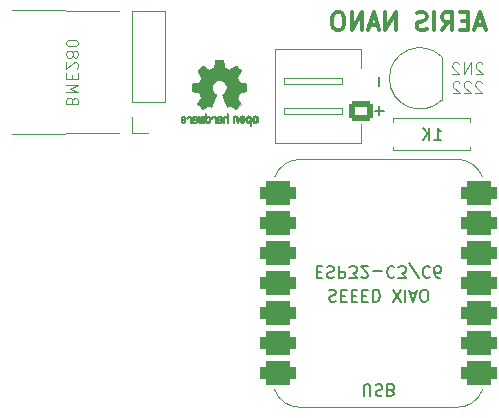
<source format=gbo>
%TF.GenerationSoftware,KiCad,Pcbnew,9.0.2*%
%TF.CreationDate,2025-08-29T11:08:53+00:00*%
%TF.ProjectId,AERIS-Nano Breakout Board,41455249-532d-44e6-916e-6f2042726561,rev?*%
%TF.SameCoordinates,Original*%
%TF.FileFunction,Legend,Bot*%
%TF.FilePolarity,Positive*%
%FSLAX46Y46*%
G04 Gerber Fmt 4.6, Leading zero omitted, Abs format (unit mm)*
G04 Created by KiCad (PCBNEW 9.0.2) date 2025-08-29 11:08:53*
%MOMM*%
%LPD*%
G01*
G04 APERTURE LIST*
G04 Aperture macros list*
%AMRoundRect*
0 Rectangle with rounded corners*
0 $1 Rounding radius*
0 $2 $3 $4 $5 $6 $7 $8 $9 X,Y pos of 4 corners*
0 Add a 4 corners polygon primitive as box body*
4,1,4,$2,$3,$4,$5,$6,$7,$8,$9,$2,$3,0*
0 Add four circle primitives for the rounded corners*
1,1,$1+$1,$2,$3*
1,1,$1+$1,$4,$5*
1,1,$1+$1,$6,$7*
1,1,$1+$1,$8,$9*
0 Add four rect primitives between the rounded corners*
20,1,$1+$1,$2,$3,$4,$5,0*
20,1,$1+$1,$4,$5,$6,$7,0*
20,1,$1+$1,$6,$7,$8,$9,0*
20,1,$1+$1,$8,$9,$2,$3,0*%
G04 Aperture macros list end*
%ADD10C,0.100000*%
%ADD11C,0.150000*%
%ADD12C,0.200000*%
%ADD13C,0.300000*%
%ADD14C,0.120000*%
%ADD15C,0.010000*%
%ADD16R,1.700000X1.700000*%
%ADD17C,1.700000*%
%ADD18C,1.600000*%
%ADD19RoundRect,0.250000X0.750000X-0.600000X0.750000X0.600000X-0.750000X0.600000X-0.750000X-0.600000X0*%
%ADD20O,2.000000X1.700000*%
%ADD21RoundRect,0.500000X-1.000000X-0.500000X1.000000X-0.500000X1.000000X0.500000X-1.000000X0.500000X0*%
%ADD22R,1.500000X1.050000*%
%ADD23O,1.500000X1.050000*%
G04 APERTURE END LIST*
D10*
X157000000Y-91540000D02*
X148000000Y-91500000D01*
X157000000Y-101920000D02*
X148000000Y-102000000D01*
D11*
X183714285Y-102454819D02*
X184285713Y-102454819D01*
X183999999Y-102454819D02*
X183999999Y-101454819D01*
X183999999Y-101454819D02*
X184095237Y-101597676D01*
X184095237Y-101597676D02*
X184190475Y-101692914D01*
X184190475Y-101692914D02*
X184285713Y-101740533D01*
X183285713Y-102454819D02*
X183285713Y-101454819D01*
X182714285Y-102454819D02*
X183142856Y-101883390D01*
X182714285Y-101454819D02*
X183285713Y-102026247D01*
D12*
X179071266Y-97119048D02*
X179071266Y-97880953D01*
X179071266Y-99619048D02*
X179071266Y-100380953D01*
X179452219Y-100000000D02*
X178690314Y-100000000D01*
D13*
X187928571Y-92749757D02*
X187214286Y-92749757D01*
X188071428Y-93178328D02*
X187571428Y-91678328D01*
X187571428Y-91678328D02*
X187071428Y-93178328D01*
X186571429Y-92392614D02*
X186071429Y-92392614D01*
X185857143Y-93178328D02*
X186571429Y-93178328D01*
X186571429Y-93178328D02*
X186571429Y-91678328D01*
X186571429Y-91678328D02*
X185857143Y-91678328D01*
X184357143Y-93178328D02*
X184857143Y-92464042D01*
X185214286Y-93178328D02*
X185214286Y-91678328D01*
X185214286Y-91678328D02*
X184642857Y-91678328D01*
X184642857Y-91678328D02*
X184500000Y-91749757D01*
X184500000Y-91749757D02*
X184428571Y-91821185D01*
X184428571Y-91821185D02*
X184357143Y-91964042D01*
X184357143Y-91964042D02*
X184357143Y-92178328D01*
X184357143Y-92178328D02*
X184428571Y-92321185D01*
X184428571Y-92321185D02*
X184500000Y-92392614D01*
X184500000Y-92392614D02*
X184642857Y-92464042D01*
X184642857Y-92464042D02*
X185214286Y-92464042D01*
X183714286Y-93178328D02*
X183714286Y-91678328D01*
X183071428Y-93106900D02*
X182857143Y-93178328D01*
X182857143Y-93178328D02*
X182500000Y-93178328D01*
X182500000Y-93178328D02*
X182357143Y-93106900D01*
X182357143Y-93106900D02*
X182285714Y-93035471D01*
X182285714Y-93035471D02*
X182214285Y-92892614D01*
X182214285Y-92892614D02*
X182214285Y-92749757D01*
X182214285Y-92749757D02*
X182285714Y-92606900D01*
X182285714Y-92606900D02*
X182357143Y-92535471D01*
X182357143Y-92535471D02*
X182500000Y-92464042D01*
X182500000Y-92464042D02*
X182785714Y-92392614D01*
X182785714Y-92392614D02*
X182928571Y-92321185D01*
X182928571Y-92321185D02*
X183000000Y-92249757D01*
X183000000Y-92249757D02*
X183071428Y-92106900D01*
X183071428Y-92106900D02*
X183071428Y-91964042D01*
X183071428Y-91964042D02*
X183000000Y-91821185D01*
X183000000Y-91821185D02*
X182928571Y-91749757D01*
X182928571Y-91749757D02*
X182785714Y-91678328D01*
X182785714Y-91678328D02*
X182428571Y-91678328D01*
X182428571Y-91678328D02*
X182214285Y-91749757D01*
X180428572Y-93178328D02*
X180428572Y-91678328D01*
X180428572Y-91678328D02*
X179571429Y-93178328D01*
X179571429Y-93178328D02*
X179571429Y-91678328D01*
X178928571Y-92749757D02*
X178214286Y-92749757D01*
X179071428Y-93178328D02*
X178571428Y-91678328D01*
X178571428Y-91678328D02*
X178071428Y-93178328D01*
X177571429Y-93178328D02*
X177571429Y-91678328D01*
X177571429Y-91678328D02*
X176714286Y-93178328D01*
X176714286Y-93178328D02*
X176714286Y-91678328D01*
X175714285Y-91678328D02*
X175428571Y-91678328D01*
X175428571Y-91678328D02*
X175285714Y-91749757D01*
X175285714Y-91749757D02*
X175142857Y-91892614D01*
X175142857Y-91892614D02*
X175071428Y-92178328D01*
X175071428Y-92178328D02*
X175071428Y-92678328D01*
X175071428Y-92678328D02*
X175142857Y-92964042D01*
X175142857Y-92964042D02*
X175285714Y-93106900D01*
X175285714Y-93106900D02*
X175428571Y-93178328D01*
X175428571Y-93178328D02*
X175714285Y-93178328D01*
X175714285Y-93178328D02*
X175857143Y-93106900D01*
X175857143Y-93106900D02*
X176000000Y-92964042D01*
X176000000Y-92964042D02*
X176071428Y-92678328D01*
X176071428Y-92678328D02*
X176071428Y-92178328D01*
X176071428Y-92178328D02*
X176000000Y-91892614D01*
X176000000Y-91892614D02*
X175857143Y-91749757D01*
X175857143Y-91749757D02*
X175714285Y-91678328D01*
D10*
X153066390Y-99130952D02*
X153018771Y-98988095D01*
X153018771Y-98988095D02*
X152971152Y-98940476D01*
X152971152Y-98940476D02*
X152875914Y-98892857D01*
X152875914Y-98892857D02*
X152733057Y-98892857D01*
X152733057Y-98892857D02*
X152637819Y-98940476D01*
X152637819Y-98940476D02*
X152590200Y-98988095D01*
X152590200Y-98988095D02*
X152542580Y-99083333D01*
X152542580Y-99083333D02*
X152542580Y-99464285D01*
X152542580Y-99464285D02*
X153542580Y-99464285D01*
X153542580Y-99464285D02*
X153542580Y-99130952D01*
X153542580Y-99130952D02*
X153494961Y-99035714D01*
X153494961Y-99035714D02*
X153447342Y-98988095D01*
X153447342Y-98988095D02*
X153352104Y-98940476D01*
X153352104Y-98940476D02*
X153256866Y-98940476D01*
X153256866Y-98940476D02*
X153161628Y-98988095D01*
X153161628Y-98988095D02*
X153114009Y-99035714D01*
X153114009Y-99035714D02*
X153066390Y-99130952D01*
X153066390Y-99130952D02*
X153066390Y-99464285D01*
X152542580Y-98464285D02*
X153542580Y-98464285D01*
X153542580Y-98464285D02*
X152828295Y-98130952D01*
X152828295Y-98130952D02*
X153542580Y-97797619D01*
X153542580Y-97797619D02*
X152542580Y-97797619D01*
X153066390Y-97321428D02*
X153066390Y-96988095D01*
X152542580Y-96845238D02*
X152542580Y-97321428D01*
X152542580Y-97321428D02*
X153542580Y-97321428D01*
X153542580Y-97321428D02*
X153542580Y-96845238D01*
X153447342Y-96464285D02*
X153494961Y-96416666D01*
X153494961Y-96416666D02*
X153542580Y-96321428D01*
X153542580Y-96321428D02*
X153542580Y-96083333D01*
X153542580Y-96083333D02*
X153494961Y-95988095D01*
X153494961Y-95988095D02*
X153447342Y-95940476D01*
X153447342Y-95940476D02*
X153352104Y-95892857D01*
X153352104Y-95892857D02*
X153256866Y-95892857D01*
X153256866Y-95892857D02*
X153114009Y-95940476D01*
X153114009Y-95940476D02*
X152542580Y-96511904D01*
X152542580Y-96511904D02*
X152542580Y-95892857D01*
X153114009Y-95321428D02*
X153161628Y-95416666D01*
X153161628Y-95416666D02*
X153209247Y-95464285D01*
X153209247Y-95464285D02*
X153304485Y-95511904D01*
X153304485Y-95511904D02*
X153352104Y-95511904D01*
X153352104Y-95511904D02*
X153447342Y-95464285D01*
X153447342Y-95464285D02*
X153494961Y-95416666D01*
X153494961Y-95416666D02*
X153542580Y-95321428D01*
X153542580Y-95321428D02*
X153542580Y-95130952D01*
X153542580Y-95130952D02*
X153494961Y-95035714D01*
X153494961Y-95035714D02*
X153447342Y-94988095D01*
X153447342Y-94988095D02*
X153352104Y-94940476D01*
X153352104Y-94940476D02*
X153304485Y-94940476D01*
X153304485Y-94940476D02*
X153209247Y-94988095D01*
X153209247Y-94988095D02*
X153161628Y-95035714D01*
X153161628Y-95035714D02*
X153114009Y-95130952D01*
X153114009Y-95130952D02*
X153114009Y-95321428D01*
X153114009Y-95321428D02*
X153066390Y-95416666D01*
X153066390Y-95416666D02*
X153018771Y-95464285D01*
X153018771Y-95464285D02*
X152923533Y-95511904D01*
X152923533Y-95511904D02*
X152733057Y-95511904D01*
X152733057Y-95511904D02*
X152637819Y-95464285D01*
X152637819Y-95464285D02*
X152590200Y-95416666D01*
X152590200Y-95416666D02*
X152542580Y-95321428D01*
X152542580Y-95321428D02*
X152542580Y-95130952D01*
X152542580Y-95130952D02*
X152590200Y-95035714D01*
X152590200Y-95035714D02*
X152637819Y-94988095D01*
X152637819Y-94988095D02*
X152733057Y-94940476D01*
X152733057Y-94940476D02*
X152923533Y-94940476D01*
X152923533Y-94940476D02*
X153018771Y-94988095D01*
X153018771Y-94988095D02*
X153066390Y-95035714D01*
X153066390Y-95035714D02*
X153114009Y-95130952D01*
X153542580Y-94321428D02*
X153542580Y-94226190D01*
X153542580Y-94226190D02*
X153494961Y-94130952D01*
X153494961Y-94130952D02*
X153447342Y-94083333D01*
X153447342Y-94083333D02*
X153352104Y-94035714D01*
X153352104Y-94035714D02*
X153161628Y-93988095D01*
X153161628Y-93988095D02*
X152923533Y-93988095D01*
X152923533Y-93988095D02*
X152733057Y-94035714D01*
X152733057Y-94035714D02*
X152637819Y-94083333D01*
X152637819Y-94083333D02*
X152590200Y-94130952D01*
X152590200Y-94130952D02*
X152542580Y-94226190D01*
X152542580Y-94226190D02*
X152542580Y-94321428D01*
X152542580Y-94321428D02*
X152590200Y-94416666D01*
X152590200Y-94416666D02*
X152637819Y-94464285D01*
X152637819Y-94464285D02*
X152733057Y-94511904D01*
X152733057Y-94511904D02*
X152923533Y-94559523D01*
X152923533Y-94559523D02*
X153161628Y-94559523D01*
X153161628Y-94559523D02*
X153352104Y-94511904D01*
X153352104Y-94511904D02*
X153447342Y-94464285D01*
X153447342Y-94464285D02*
X153494961Y-94416666D01*
X153494961Y-94416666D02*
X153542580Y-94321428D01*
X187785713Y-96017685D02*
X187738094Y-95970066D01*
X187738094Y-95970066D02*
X187642856Y-95922447D01*
X187642856Y-95922447D02*
X187404761Y-95922447D01*
X187404761Y-95922447D02*
X187309523Y-95970066D01*
X187309523Y-95970066D02*
X187261904Y-96017685D01*
X187261904Y-96017685D02*
X187214285Y-96112923D01*
X187214285Y-96112923D02*
X187214285Y-96208161D01*
X187214285Y-96208161D02*
X187261904Y-96351018D01*
X187261904Y-96351018D02*
X187833332Y-96922447D01*
X187833332Y-96922447D02*
X187214285Y-96922447D01*
X186785713Y-96922447D02*
X186785713Y-95922447D01*
X186785713Y-95922447D02*
X186214285Y-96922447D01*
X186214285Y-96922447D02*
X186214285Y-95922447D01*
X185785713Y-96017685D02*
X185738094Y-95970066D01*
X185738094Y-95970066D02*
X185642856Y-95922447D01*
X185642856Y-95922447D02*
X185404761Y-95922447D01*
X185404761Y-95922447D02*
X185309523Y-95970066D01*
X185309523Y-95970066D02*
X185261904Y-96017685D01*
X185261904Y-96017685D02*
X185214285Y-96112923D01*
X185214285Y-96112923D02*
X185214285Y-96208161D01*
X185214285Y-96208161D02*
X185261904Y-96351018D01*
X185261904Y-96351018D02*
X185833332Y-96922447D01*
X185833332Y-96922447D02*
X185214285Y-96922447D01*
X187738094Y-97627629D02*
X187690475Y-97580010D01*
X187690475Y-97580010D02*
X187595237Y-97532391D01*
X187595237Y-97532391D02*
X187357142Y-97532391D01*
X187357142Y-97532391D02*
X187261904Y-97580010D01*
X187261904Y-97580010D02*
X187214285Y-97627629D01*
X187214285Y-97627629D02*
X187166666Y-97722867D01*
X187166666Y-97722867D02*
X187166666Y-97818105D01*
X187166666Y-97818105D02*
X187214285Y-97960962D01*
X187214285Y-97960962D02*
X187785713Y-98532391D01*
X187785713Y-98532391D02*
X187166666Y-98532391D01*
X186785713Y-97627629D02*
X186738094Y-97580010D01*
X186738094Y-97580010D02*
X186642856Y-97532391D01*
X186642856Y-97532391D02*
X186404761Y-97532391D01*
X186404761Y-97532391D02*
X186309523Y-97580010D01*
X186309523Y-97580010D02*
X186261904Y-97627629D01*
X186261904Y-97627629D02*
X186214285Y-97722867D01*
X186214285Y-97722867D02*
X186214285Y-97818105D01*
X186214285Y-97818105D02*
X186261904Y-97960962D01*
X186261904Y-97960962D02*
X186833332Y-98532391D01*
X186833332Y-98532391D02*
X186214285Y-98532391D01*
X185833332Y-97627629D02*
X185785713Y-97580010D01*
X185785713Y-97580010D02*
X185690475Y-97532391D01*
X185690475Y-97532391D02*
X185452380Y-97532391D01*
X185452380Y-97532391D02*
X185357142Y-97580010D01*
X185357142Y-97580010D02*
X185309523Y-97627629D01*
X185309523Y-97627629D02*
X185261904Y-97722867D01*
X185261904Y-97722867D02*
X185261904Y-97818105D01*
X185261904Y-97818105D02*
X185309523Y-97960962D01*
X185309523Y-97960962D02*
X185880951Y-98532391D01*
X185880951Y-98532391D02*
X185261904Y-98532391D01*
D11*
X177738095Y-124165180D02*
X177738095Y-123355657D01*
X177738095Y-123355657D02*
X177785714Y-123260419D01*
X177785714Y-123260419D02*
X177833333Y-123212800D01*
X177833333Y-123212800D02*
X177928571Y-123165180D01*
X177928571Y-123165180D02*
X178119047Y-123165180D01*
X178119047Y-123165180D02*
X178214285Y-123212800D01*
X178214285Y-123212800D02*
X178261904Y-123260419D01*
X178261904Y-123260419D02*
X178309523Y-123355657D01*
X178309523Y-123355657D02*
X178309523Y-124165180D01*
X178738095Y-123212800D02*
X178880952Y-123165180D01*
X178880952Y-123165180D02*
X179119047Y-123165180D01*
X179119047Y-123165180D02*
X179214285Y-123212800D01*
X179214285Y-123212800D02*
X179261904Y-123260419D01*
X179261904Y-123260419D02*
X179309523Y-123355657D01*
X179309523Y-123355657D02*
X179309523Y-123450895D01*
X179309523Y-123450895D02*
X179261904Y-123546133D01*
X179261904Y-123546133D02*
X179214285Y-123593752D01*
X179214285Y-123593752D02*
X179119047Y-123641371D01*
X179119047Y-123641371D02*
X178928571Y-123688990D01*
X178928571Y-123688990D02*
X178833333Y-123736609D01*
X178833333Y-123736609D02*
X178785714Y-123784228D01*
X178785714Y-123784228D02*
X178738095Y-123879466D01*
X178738095Y-123879466D02*
X178738095Y-123974704D01*
X178738095Y-123974704D02*
X178785714Y-124069942D01*
X178785714Y-124069942D02*
X178833333Y-124117561D01*
X178833333Y-124117561D02*
X178928571Y-124165180D01*
X178928571Y-124165180D02*
X179166666Y-124165180D01*
X179166666Y-124165180D02*
X179309523Y-124117561D01*
X180071428Y-123688990D02*
X180214285Y-123641371D01*
X180214285Y-123641371D02*
X180261904Y-123593752D01*
X180261904Y-123593752D02*
X180309523Y-123498514D01*
X180309523Y-123498514D02*
X180309523Y-123355657D01*
X180309523Y-123355657D02*
X180261904Y-123260419D01*
X180261904Y-123260419D02*
X180214285Y-123212800D01*
X180214285Y-123212800D02*
X180119047Y-123165180D01*
X180119047Y-123165180D02*
X179738095Y-123165180D01*
X179738095Y-123165180D02*
X179738095Y-124165180D01*
X179738095Y-124165180D02*
X180071428Y-124165180D01*
X180071428Y-124165180D02*
X180166666Y-124117561D01*
X180166666Y-124117561D02*
X180214285Y-124069942D01*
X180214285Y-124069942D02*
X180261904Y-123974704D01*
X180261904Y-123974704D02*
X180261904Y-123879466D01*
X180261904Y-123879466D02*
X180214285Y-123784228D01*
X180214285Y-123784228D02*
X180166666Y-123736609D01*
X180166666Y-123736609D02*
X180071428Y-123688990D01*
X180071428Y-123688990D02*
X179738095Y-123688990D01*
X173761905Y-113688990D02*
X174095238Y-113688990D01*
X174238095Y-113165180D02*
X173761905Y-113165180D01*
X173761905Y-113165180D02*
X173761905Y-114165180D01*
X173761905Y-114165180D02*
X174238095Y-114165180D01*
X174619048Y-113212800D02*
X174761905Y-113165180D01*
X174761905Y-113165180D02*
X175000000Y-113165180D01*
X175000000Y-113165180D02*
X175095238Y-113212800D01*
X175095238Y-113212800D02*
X175142857Y-113260419D01*
X175142857Y-113260419D02*
X175190476Y-113355657D01*
X175190476Y-113355657D02*
X175190476Y-113450895D01*
X175190476Y-113450895D02*
X175142857Y-113546133D01*
X175142857Y-113546133D02*
X175095238Y-113593752D01*
X175095238Y-113593752D02*
X175000000Y-113641371D01*
X175000000Y-113641371D02*
X174809524Y-113688990D01*
X174809524Y-113688990D02*
X174714286Y-113736609D01*
X174714286Y-113736609D02*
X174666667Y-113784228D01*
X174666667Y-113784228D02*
X174619048Y-113879466D01*
X174619048Y-113879466D02*
X174619048Y-113974704D01*
X174619048Y-113974704D02*
X174666667Y-114069942D01*
X174666667Y-114069942D02*
X174714286Y-114117561D01*
X174714286Y-114117561D02*
X174809524Y-114165180D01*
X174809524Y-114165180D02*
X175047619Y-114165180D01*
X175047619Y-114165180D02*
X175190476Y-114117561D01*
X175619048Y-113165180D02*
X175619048Y-114165180D01*
X175619048Y-114165180D02*
X176000000Y-114165180D01*
X176000000Y-114165180D02*
X176095238Y-114117561D01*
X176095238Y-114117561D02*
X176142857Y-114069942D01*
X176142857Y-114069942D02*
X176190476Y-113974704D01*
X176190476Y-113974704D02*
X176190476Y-113831847D01*
X176190476Y-113831847D02*
X176142857Y-113736609D01*
X176142857Y-113736609D02*
X176095238Y-113688990D01*
X176095238Y-113688990D02*
X176000000Y-113641371D01*
X176000000Y-113641371D02*
X175619048Y-113641371D01*
X176523810Y-114165180D02*
X177142857Y-114165180D01*
X177142857Y-114165180D02*
X176809524Y-113784228D01*
X176809524Y-113784228D02*
X176952381Y-113784228D01*
X176952381Y-113784228D02*
X177047619Y-113736609D01*
X177047619Y-113736609D02*
X177095238Y-113688990D01*
X177095238Y-113688990D02*
X177142857Y-113593752D01*
X177142857Y-113593752D02*
X177142857Y-113355657D01*
X177142857Y-113355657D02*
X177095238Y-113260419D01*
X177095238Y-113260419D02*
X177047619Y-113212800D01*
X177047619Y-113212800D02*
X176952381Y-113165180D01*
X176952381Y-113165180D02*
X176666667Y-113165180D01*
X176666667Y-113165180D02*
X176571429Y-113212800D01*
X176571429Y-113212800D02*
X176523810Y-113260419D01*
X177523810Y-114069942D02*
X177571429Y-114117561D01*
X177571429Y-114117561D02*
X177666667Y-114165180D01*
X177666667Y-114165180D02*
X177904762Y-114165180D01*
X177904762Y-114165180D02*
X178000000Y-114117561D01*
X178000000Y-114117561D02*
X178047619Y-114069942D01*
X178047619Y-114069942D02*
X178095238Y-113974704D01*
X178095238Y-113974704D02*
X178095238Y-113879466D01*
X178095238Y-113879466D02*
X178047619Y-113736609D01*
X178047619Y-113736609D02*
X177476191Y-113165180D01*
X177476191Y-113165180D02*
X178095238Y-113165180D01*
X178523810Y-113546133D02*
X179285715Y-113546133D01*
X180333333Y-113260419D02*
X180285714Y-113212800D01*
X180285714Y-113212800D02*
X180142857Y-113165180D01*
X180142857Y-113165180D02*
X180047619Y-113165180D01*
X180047619Y-113165180D02*
X179904762Y-113212800D01*
X179904762Y-113212800D02*
X179809524Y-113308038D01*
X179809524Y-113308038D02*
X179761905Y-113403276D01*
X179761905Y-113403276D02*
X179714286Y-113593752D01*
X179714286Y-113593752D02*
X179714286Y-113736609D01*
X179714286Y-113736609D02*
X179761905Y-113927085D01*
X179761905Y-113927085D02*
X179809524Y-114022323D01*
X179809524Y-114022323D02*
X179904762Y-114117561D01*
X179904762Y-114117561D02*
X180047619Y-114165180D01*
X180047619Y-114165180D02*
X180142857Y-114165180D01*
X180142857Y-114165180D02*
X180285714Y-114117561D01*
X180285714Y-114117561D02*
X180333333Y-114069942D01*
X180666667Y-114165180D02*
X181285714Y-114165180D01*
X181285714Y-114165180D02*
X180952381Y-113784228D01*
X180952381Y-113784228D02*
X181095238Y-113784228D01*
X181095238Y-113784228D02*
X181190476Y-113736609D01*
X181190476Y-113736609D02*
X181238095Y-113688990D01*
X181238095Y-113688990D02*
X181285714Y-113593752D01*
X181285714Y-113593752D02*
X181285714Y-113355657D01*
X181285714Y-113355657D02*
X181238095Y-113260419D01*
X181238095Y-113260419D02*
X181190476Y-113212800D01*
X181190476Y-113212800D02*
X181095238Y-113165180D01*
X181095238Y-113165180D02*
X180809524Y-113165180D01*
X180809524Y-113165180D02*
X180714286Y-113212800D01*
X180714286Y-113212800D02*
X180666667Y-113260419D01*
X182428571Y-114212800D02*
X181571429Y-112927085D01*
X183333333Y-113260419D02*
X183285714Y-113212800D01*
X183285714Y-113212800D02*
X183142857Y-113165180D01*
X183142857Y-113165180D02*
X183047619Y-113165180D01*
X183047619Y-113165180D02*
X182904762Y-113212800D01*
X182904762Y-113212800D02*
X182809524Y-113308038D01*
X182809524Y-113308038D02*
X182761905Y-113403276D01*
X182761905Y-113403276D02*
X182714286Y-113593752D01*
X182714286Y-113593752D02*
X182714286Y-113736609D01*
X182714286Y-113736609D02*
X182761905Y-113927085D01*
X182761905Y-113927085D02*
X182809524Y-114022323D01*
X182809524Y-114022323D02*
X182904762Y-114117561D01*
X182904762Y-114117561D02*
X183047619Y-114165180D01*
X183047619Y-114165180D02*
X183142857Y-114165180D01*
X183142857Y-114165180D02*
X183285714Y-114117561D01*
X183285714Y-114117561D02*
X183333333Y-114069942D01*
X184190476Y-114165180D02*
X184000000Y-114165180D01*
X184000000Y-114165180D02*
X183904762Y-114117561D01*
X183904762Y-114117561D02*
X183857143Y-114069942D01*
X183857143Y-114069942D02*
X183761905Y-113927085D01*
X183761905Y-113927085D02*
X183714286Y-113736609D01*
X183714286Y-113736609D02*
X183714286Y-113355657D01*
X183714286Y-113355657D02*
X183761905Y-113260419D01*
X183761905Y-113260419D02*
X183809524Y-113212800D01*
X183809524Y-113212800D02*
X183904762Y-113165180D01*
X183904762Y-113165180D02*
X184095238Y-113165180D01*
X184095238Y-113165180D02*
X184190476Y-113212800D01*
X184190476Y-113212800D02*
X184238095Y-113260419D01*
X184238095Y-113260419D02*
X184285714Y-113355657D01*
X184285714Y-113355657D02*
X184285714Y-113593752D01*
X184285714Y-113593752D02*
X184238095Y-113688990D01*
X184238095Y-113688990D02*
X184190476Y-113736609D01*
X184190476Y-113736609D02*
X184095238Y-113784228D01*
X184095238Y-113784228D02*
X183904762Y-113784228D01*
X183904762Y-113784228D02*
X183809524Y-113736609D01*
X183809524Y-113736609D02*
X183761905Y-113688990D01*
X183761905Y-113688990D02*
X183714286Y-113593752D01*
X174809524Y-115212800D02*
X174952381Y-115165180D01*
X174952381Y-115165180D02*
X175190476Y-115165180D01*
X175190476Y-115165180D02*
X175285714Y-115212800D01*
X175285714Y-115212800D02*
X175333333Y-115260419D01*
X175333333Y-115260419D02*
X175380952Y-115355657D01*
X175380952Y-115355657D02*
X175380952Y-115450895D01*
X175380952Y-115450895D02*
X175333333Y-115546133D01*
X175333333Y-115546133D02*
X175285714Y-115593752D01*
X175285714Y-115593752D02*
X175190476Y-115641371D01*
X175190476Y-115641371D02*
X175000000Y-115688990D01*
X175000000Y-115688990D02*
X174904762Y-115736609D01*
X174904762Y-115736609D02*
X174857143Y-115784228D01*
X174857143Y-115784228D02*
X174809524Y-115879466D01*
X174809524Y-115879466D02*
X174809524Y-115974704D01*
X174809524Y-115974704D02*
X174857143Y-116069942D01*
X174857143Y-116069942D02*
X174904762Y-116117561D01*
X174904762Y-116117561D02*
X175000000Y-116165180D01*
X175000000Y-116165180D02*
X175238095Y-116165180D01*
X175238095Y-116165180D02*
X175380952Y-116117561D01*
X175809524Y-115688990D02*
X176142857Y-115688990D01*
X176285714Y-115165180D02*
X175809524Y-115165180D01*
X175809524Y-115165180D02*
X175809524Y-116165180D01*
X175809524Y-116165180D02*
X176285714Y-116165180D01*
X176714286Y-115688990D02*
X177047619Y-115688990D01*
X177190476Y-115165180D02*
X176714286Y-115165180D01*
X176714286Y-115165180D02*
X176714286Y-116165180D01*
X176714286Y-116165180D02*
X177190476Y-116165180D01*
X177619048Y-115688990D02*
X177952381Y-115688990D01*
X178095238Y-115165180D02*
X177619048Y-115165180D01*
X177619048Y-115165180D02*
X177619048Y-116165180D01*
X177619048Y-116165180D02*
X178095238Y-116165180D01*
X178523810Y-115165180D02*
X178523810Y-116165180D01*
X178523810Y-116165180D02*
X178761905Y-116165180D01*
X178761905Y-116165180D02*
X178904762Y-116117561D01*
X178904762Y-116117561D02*
X179000000Y-116022323D01*
X179000000Y-116022323D02*
X179047619Y-115927085D01*
X179047619Y-115927085D02*
X179095238Y-115736609D01*
X179095238Y-115736609D02*
X179095238Y-115593752D01*
X179095238Y-115593752D02*
X179047619Y-115403276D01*
X179047619Y-115403276D02*
X179000000Y-115308038D01*
X179000000Y-115308038D02*
X178904762Y-115212800D01*
X178904762Y-115212800D02*
X178761905Y-115165180D01*
X178761905Y-115165180D02*
X178523810Y-115165180D01*
X180190477Y-116165180D02*
X180857143Y-115165180D01*
X180857143Y-116165180D02*
X180190477Y-115165180D01*
X181238096Y-115165180D02*
X181238096Y-116165180D01*
X181666667Y-115450895D02*
X182142857Y-115450895D01*
X181571429Y-115165180D02*
X181904762Y-116165180D01*
X181904762Y-116165180D02*
X182238095Y-115165180D01*
X182761905Y-116165180D02*
X182952381Y-116165180D01*
X182952381Y-116165180D02*
X183047619Y-116117561D01*
X183047619Y-116117561D02*
X183142857Y-116022323D01*
X183142857Y-116022323D02*
X183190476Y-115831847D01*
X183190476Y-115831847D02*
X183190476Y-115498514D01*
X183190476Y-115498514D02*
X183142857Y-115308038D01*
X183142857Y-115308038D02*
X183047619Y-115212800D01*
X183047619Y-115212800D02*
X182952381Y-115165180D01*
X182952381Y-115165180D02*
X182761905Y-115165180D01*
X182761905Y-115165180D02*
X182666667Y-115212800D01*
X182666667Y-115212800D02*
X182571429Y-115308038D01*
X182571429Y-115308038D02*
X182523810Y-115498514D01*
X182523810Y-115498514D02*
X182523810Y-115831847D01*
X182523810Y-115831847D02*
X182571429Y-116022323D01*
X182571429Y-116022323D02*
X182666667Y-116117561D01*
X182666667Y-116117561D02*
X182761905Y-116165180D01*
D14*
%TO.C,J2*%
X158120000Y-91540000D02*
X160880000Y-91540000D01*
X158120000Y-99270000D02*
X158120000Y-91540000D01*
X158120000Y-99270000D02*
X160880000Y-99270000D01*
X158120000Y-100540000D02*
X158120000Y-101920000D01*
X158120000Y-101920000D02*
X159500000Y-101920000D01*
X160880000Y-99270000D02*
X160880000Y-91540000D01*
%TO.C,R1*%
X180230000Y-100630000D02*
X186770000Y-100630000D01*
X180230000Y-100960000D02*
X180230000Y-100630000D01*
X180230000Y-103040000D02*
X180230000Y-103370000D01*
X180230000Y-103370000D02*
X186770000Y-103370000D01*
X186770000Y-100630000D02*
X186770000Y-100960000D01*
X186770000Y-103370000D02*
X186770000Y-103040000D01*
%TO.C,J3*%
X170250000Y-94750000D02*
X177500000Y-94750000D01*
X170250000Y-102750000D02*
X170250000Y-94750000D01*
X170250000Y-102750000D02*
X177500000Y-102750000D01*
X171000000Y-97250000D02*
X175900000Y-97250000D01*
X171000000Y-97750000D02*
X171000000Y-97250000D01*
X171000000Y-99750000D02*
X175900000Y-99750000D01*
X171000000Y-100250000D02*
X171000000Y-99750000D01*
X175900000Y-97250000D02*
X175900000Y-97750000D01*
X175900000Y-97750000D02*
X171000000Y-97750000D01*
X175900000Y-99750000D02*
X175900000Y-100250000D01*
X175900000Y-100250000D02*
X171000000Y-100250000D01*
X177500000Y-94750000D02*
X177500000Y-96360000D01*
X177500000Y-102750000D02*
X177500000Y-101140000D01*
D15*
%TO.C,REF\u002A\u002A*%
X162982829Y-100451097D02*
X163042753Y-100473355D01*
X163067673Y-100490080D01*
X163092910Y-100514043D01*
X163110912Y-100544526D01*
X163122858Y-100586023D01*
X163129930Y-100643032D01*
X163133308Y-100720047D01*
X163134171Y-100821565D01*
X163134002Y-100874027D01*
X163133153Y-100945715D01*
X163131711Y-101002925D01*
X163129814Y-101040809D01*
X163127597Y-101054514D01*
X163113172Y-101049981D01*
X163084054Y-101037670D01*
X163083181Y-101037272D01*
X163068060Y-101029356D01*
X163057891Y-101018495D01*
X163051691Y-100999471D01*
X163048478Y-100967069D01*
X163047270Y-100916071D01*
X163047086Y-100841261D01*
X163046714Y-100793804D01*
X163042750Y-100704615D01*
X163033673Y-100639287D01*
X163018524Y-100594393D01*
X162996345Y-100566507D01*
X162966175Y-100552203D01*
X162961990Y-100551206D01*
X162905480Y-100550427D01*
X162861410Y-100575744D01*
X162830972Y-100626502D01*
X162825544Y-100641175D01*
X162813171Y-100673649D01*
X162806905Y-100688572D01*
X162794036Y-100686516D01*
X162765933Y-100675357D01*
X162739721Y-100656927D01*
X162727771Y-100622098D01*
X162731336Y-100597151D01*
X162753235Y-100546547D01*
X162788644Y-100499128D01*
X162830052Y-100466334D01*
X162847400Y-100458752D01*
X162913089Y-100446076D01*
X162982829Y-100451097D01*
G36*
X162982829Y-100451097D02*
G01*
X163042753Y-100473355D01*
X163067673Y-100490080D01*
X163092910Y-100514043D01*
X163110912Y-100544526D01*
X163122858Y-100586023D01*
X163129930Y-100643032D01*
X163133308Y-100720047D01*
X163134171Y-100821565D01*
X163134002Y-100874027D01*
X163133153Y-100945715D01*
X163131711Y-101002925D01*
X163129814Y-101040809D01*
X163127597Y-101054514D01*
X163113172Y-101049981D01*
X163084054Y-101037670D01*
X163083181Y-101037272D01*
X163068060Y-101029356D01*
X163057891Y-101018495D01*
X163051691Y-100999471D01*
X163048478Y-100967069D01*
X163047270Y-100916071D01*
X163047086Y-100841261D01*
X163046714Y-100793804D01*
X163042750Y-100704615D01*
X163033673Y-100639287D01*
X163018524Y-100594393D01*
X162996345Y-100566507D01*
X162966175Y-100552203D01*
X162961990Y-100551206D01*
X162905480Y-100550427D01*
X162861410Y-100575744D01*
X162830972Y-100626502D01*
X162825544Y-100641175D01*
X162813171Y-100673649D01*
X162806905Y-100688572D01*
X162794036Y-100686516D01*
X162765933Y-100675357D01*
X162739721Y-100656927D01*
X162727771Y-100622098D01*
X162731336Y-100597151D01*
X162753235Y-100546547D01*
X162788644Y-100499128D01*
X162830052Y-100466334D01*
X162847400Y-100458752D01*
X162913089Y-100446076D01*
X162982829Y-100451097D01*
G37*
X166931020Y-100417822D02*
X166998810Y-100449680D01*
X167054366Y-100504770D01*
X167065881Y-100522016D01*
X167075432Y-100541562D01*
X167082206Y-100566198D01*
X167086819Y-100600711D01*
X167089888Y-100649889D01*
X167092029Y-100718519D01*
X167093859Y-100811389D01*
X167098404Y-101069007D01*
X167060225Y-101054491D01*
X167025268Y-101041156D01*
X166999097Y-101028323D01*
X166982013Y-101011780D01*
X166972086Y-100986465D01*
X166967386Y-100947316D01*
X166965982Y-100889268D01*
X166965943Y-100807261D01*
X166965744Y-100741895D01*
X166964559Y-100679173D01*
X166961729Y-100636334D01*
X166956609Y-100608220D01*
X166948553Y-100589675D01*
X166936914Y-100575543D01*
X166908303Y-100555600D01*
X166860239Y-100548083D01*
X166812688Y-100567079D01*
X166809550Y-100569511D01*
X166799769Y-100580748D01*
X166792553Y-100598770D01*
X166787299Y-100628026D01*
X166783402Y-100672962D01*
X166780256Y-100738028D01*
X166777257Y-100827670D01*
X166770000Y-101067697D01*
X166708314Y-101040044D01*
X166646629Y-101012391D01*
X166646629Y-100793246D01*
X166646884Y-100733711D01*
X166649086Y-100650892D01*
X166654661Y-100589227D01*
X166664941Y-100543748D01*
X166681258Y-100509484D01*
X166704943Y-100481466D01*
X166737328Y-100454723D01*
X166783907Y-100427780D01*
X166857287Y-100410191D01*
X166931020Y-100417822D01*
G36*
X166931020Y-100417822D02*
G01*
X166998810Y-100449680D01*
X167054366Y-100504770D01*
X167065881Y-100522016D01*
X167075432Y-100541562D01*
X167082206Y-100566198D01*
X167086819Y-100600711D01*
X167089888Y-100649889D01*
X167092029Y-100718519D01*
X167093859Y-100811389D01*
X167098404Y-101069007D01*
X167060225Y-101054491D01*
X167025268Y-101041156D01*
X166999097Y-101028323D01*
X166982013Y-101011780D01*
X166972086Y-100986465D01*
X166967386Y-100947316D01*
X166965982Y-100889268D01*
X166965943Y-100807261D01*
X166965744Y-100741895D01*
X166964559Y-100679173D01*
X166961729Y-100636334D01*
X166956609Y-100608220D01*
X166948553Y-100589675D01*
X166936914Y-100575543D01*
X166908303Y-100555600D01*
X166860239Y-100548083D01*
X166812688Y-100567079D01*
X166809550Y-100569511D01*
X166799769Y-100580748D01*
X166792553Y-100598770D01*
X166787299Y-100628026D01*
X166783402Y-100672962D01*
X166780256Y-100738028D01*
X166777257Y-100827670D01*
X166770000Y-101067697D01*
X166708314Y-101040044D01*
X166646629Y-101012391D01*
X166646629Y-100793246D01*
X166646884Y-100733711D01*
X166649086Y-100650892D01*
X166654661Y-100589227D01*
X166664941Y-100543748D01*
X166681258Y-100509484D01*
X166704943Y-100481466D01*
X166737328Y-100454723D01*
X166783907Y-100427780D01*
X166857287Y-100410191D01*
X166931020Y-100417822D01*
G37*
X165107691Y-100466467D02*
X165112273Y-100469003D01*
X165149704Y-100498057D01*
X165183170Y-100535410D01*
X165189007Y-100543852D01*
X165200165Y-100563553D01*
X165208136Y-100586935D01*
X165213618Y-100619067D01*
X165217307Y-100665019D01*
X165219899Y-100729859D01*
X165222092Y-100818657D01*
X165222402Y-100833669D01*
X165223400Y-100930999D01*
X165221994Y-100999934D01*
X165218164Y-101040948D01*
X165211889Y-101054514D01*
X165192898Y-101050452D01*
X165160638Y-101038144D01*
X165153041Y-101034545D01*
X165141176Y-101026398D01*
X165132994Y-101013004D01*
X165127643Y-100989608D01*
X165124269Y-100951455D01*
X165122019Y-100893790D01*
X165120040Y-100811857D01*
X165119498Y-100787907D01*
X165117403Y-100712266D01*
X165114683Y-100659328D01*
X165110515Y-100624075D01*
X165104079Y-100601487D01*
X165094550Y-100586544D01*
X165081106Y-100574227D01*
X165041305Y-100552634D01*
X164992341Y-100548476D01*
X164948529Y-100564999D01*
X164917008Y-100599210D01*
X164904914Y-100648114D01*
X164904578Y-100661407D01*
X164897972Y-100685472D01*
X164878470Y-100689144D01*
X164840283Y-100674813D01*
X164831438Y-100670217D01*
X164807534Y-100643186D01*
X164807061Y-100602994D01*
X164829836Y-100547409D01*
X164850727Y-100517117D01*
X164904142Y-100474084D01*
X164970074Y-100449755D01*
X165040574Y-100446443D01*
X165107691Y-100466467D01*
G36*
X165107691Y-100466467D02*
G01*
X165112273Y-100469003D01*
X165149704Y-100498057D01*
X165183170Y-100535410D01*
X165189007Y-100543852D01*
X165200165Y-100563553D01*
X165208136Y-100586935D01*
X165213618Y-100619067D01*
X165217307Y-100665019D01*
X165219899Y-100729859D01*
X165222092Y-100818657D01*
X165222402Y-100833669D01*
X165223400Y-100930999D01*
X165221994Y-100999934D01*
X165218164Y-101040948D01*
X165211889Y-101054514D01*
X165192898Y-101050452D01*
X165160638Y-101038144D01*
X165153041Y-101034545D01*
X165141176Y-101026398D01*
X165132994Y-101013004D01*
X165127643Y-100989608D01*
X165124269Y-100951455D01*
X165122019Y-100893790D01*
X165120040Y-100811857D01*
X165119498Y-100787907D01*
X165117403Y-100712266D01*
X165114683Y-100659328D01*
X165110515Y-100624075D01*
X165104079Y-100601487D01*
X165094550Y-100586544D01*
X165081106Y-100574227D01*
X165041305Y-100552634D01*
X164992341Y-100548476D01*
X164948529Y-100564999D01*
X164917008Y-100599210D01*
X164904914Y-100648114D01*
X164904578Y-100661407D01*
X164897972Y-100685472D01*
X164878470Y-100689144D01*
X164840283Y-100674813D01*
X164831438Y-100670217D01*
X164807534Y-100643186D01*
X164807061Y-100602994D01*
X164829836Y-100547409D01*
X164850727Y-100517117D01*
X164904142Y-100474084D01*
X164970074Y-100449755D01*
X165040574Y-100446443D01*
X165107691Y-100466467D01*
G37*
X164153941Y-100449282D02*
X164185774Y-100461758D01*
X164222743Y-100478602D01*
X164222743Y-100965196D01*
X164176812Y-101011127D01*
X164166320Y-101021427D01*
X164137255Y-101044320D01*
X164107943Y-101051735D01*
X164064326Y-101048321D01*
X164046568Y-101046114D01*
X164000767Y-101041445D01*
X163968743Y-101039585D01*
X163959244Y-101039869D01*
X163920274Y-101042948D01*
X163873160Y-101048321D01*
X163858085Y-101050168D01*
X163820110Y-101050893D01*
X163792325Y-101039429D01*
X163760674Y-101011127D01*
X163714743Y-100965196D01*
X163714743Y-100705055D01*
X163715101Y-100628180D01*
X163716216Y-100554886D01*
X163717952Y-100496850D01*
X163720167Y-100458663D01*
X163722721Y-100444914D01*
X163723256Y-100444951D01*
X163741808Y-100451793D01*
X163773153Y-100466868D01*
X163815608Y-100488822D01*
X163819604Y-100717240D01*
X163823600Y-100945657D01*
X163910686Y-100945657D01*
X163914657Y-100695286D01*
X163915916Y-100627227D01*
X163917718Y-100554482D01*
X163919671Y-100496730D01*
X163921612Y-100458648D01*
X163923377Y-100444914D01*
X163923885Y-100444962D01*
X163941482Y-100450015D01*
X163973834Y-100460849D01*
X164019543Y-100476783D01*
X164019765Y-100696706D01*
X164019988Y-100734909D01*
X164021531Y-100809146D01*
X164024292Y-100871145D01*
X164027977Y-100915308D01*
X164032292Y-100936041D01*
X164047732Y-100947131D01*
X164079241Y-100950556D01*
X164113886Y-100945657D01*
X164117857Y-100695286D01*
X164119278Y-100631663D01*
X164122225Y-100556356D01*
X164126079Y-100497286D01*
X164130542Y-100458718D01*
X164135317Y-100444914D01*
X164153941Y-100449282D01*
G36*
X164153941Y-100449282D02*
G01*
X164185774Y-100461758D01*
X164222743Y-100478602D01*
X164222743Y-100965196D01*
X164176812Y-101011127D01*
X164166320Y-101021427D01*
X164137255Y-101044320D01*
X164107943Y-101051735D01*
X164064326Y-101048321D01*
X164046568Y-101046114D01*
X164000767Y-101041445D01*
X163968743Y-101039585D01*
X163959244Y-101039869D01*
X163920274Y-101042948D01*
X163873160Y-101048321D01*
X163858085Y-101050168D01*
X163820110Y-101050893D01*
X163792325Y-101039429D01*
X163760674Y-101011127D01*
X163714743Y-100965196D01*
X163714743Y-100705055D01*
X163715101Y-100628180D01*
X163716216Y-100554886D01*
X163717952Y-100496850D01*
X163720167Y-100458663D01*
X163722721Y-100444914D01*
X163723256Y-100444951D01*
X163741808Y-100451793D01*
X163773153Y-100466868D01*
X163815608Y-100488822D01*
X163819604Y-100717240D01*
X163823600Y-100945657D01*
X163910686Y-100945657D01*
X163914657Y-100695286D01*
X163915916Y-100627227D01*
X163917718Y-100554482D01*
X163919671Y-100496730D01*
X163921612Y-100458648D01*
X163923377Y-100444914D01*
X163923885Y-100444962D01*
X163941482Y-100450015D01*
X163973834Y-100460849D01*
X164019543Y-100476783D01*
X164019765Y-100696706D01*
X164019988Y-100734909D01*
X164021531Y-100809146D01*
X164024292Y-100871145D01*
X164027977Y-100915308D01*
X164032292Y-100936041D01*
X164047732Y-100947131D01*
X164079241Y-100950556D01*
X164113886Y-100945657D01*
X164117857Y-100695286D01*
X164119278Y-100631663D01*
X164122225Y-100556356D01*
X164126079Y-100497286D01*
X164130542Y-100458718D01*
X164135317Y-100444914D01*
X164153941Y-100449282D01*
G37*
X166178543Y-100249444D02*
X166225714Y-100269342D01*
X166225714Y-100666509D01*
X166225519Y-100769498D01*
X166224998Y-100862141D01*
X166224199Y-100940700D01*
X166223172Y-101001439D01*
X166221963Y-101040623D01*
X166220623Y-101054514D01*
X166220099Y-101054468D01*
X166202287Y-101049420D01*
X166169823Y-101038580D01*
X166124114Y-101022646D01*
X166124114Y-100818173D01*
X166123824Y-100737832D01*
X166122474Y-100679562D01*
X166119369Y-100639909D01*
X166113812Y-100613618D01*
X166105107Y-100595436D01*
X166092556Y-100580107D01*
X166083999Y-100571955D01*
X166037728Y-100549375D01*
X165986728Y-100551375D01*
X165939993Y-100578073D01*
X165933189Y-100584698D01*
X165922293Y-100598456D01*
X165914836Y-100616642D01*
X165910169Y-100644177D01*
X165907642Y-100685981D01*
X165906602Y-100746973D01*
X165906400Y-100832073D01*
X165906303Y-100875234D01*
X165905674Y-100946224D01*
X165904556Y-101003076D01*
X165903063Y-101040828D01*
X165901309Y-101054514D01*
X165900785Y-101054468D01*
X165882973Y-101049420D01*
X165850509Y-101038580D01*
X165804800Y-101022646D01*
X165804823Y-100817237D01*
X165804857Y-100798951D01*
X165806778Y-100703626D01*
X165812678Y-100631543D01*
X165824001Y-100577813D01*
X165842187Y-100537549D01*
X165868679Y-100505861D01*
X165904918Y-100477861D01*
X165940263Y-100460333D01*
X165996773Y-100446785D01*
X166052356Y-100446015D01*
X166095086Y-100459195D01*
X166098298Y-100461015D01*
X166108205Y-100460820D01*
X166114975Y-100445572D01*
X166119861Y-100410613D01*
X166124114Y-100351289D01*
X166131371Y-100229547D01*
X166178543Y-100249444D01*
G36*
X166178543Y-100249444D02*
G01*
X166225714Y-100269342D01*
X166225714Y-100666509D01*
X166225519Y-100769498D01*
X166224998Y-100862141D01*
X166224199Y-100940700D01*
X166223172Y-101001439D01*
X166221963Y-101040623D01*
X166220623Y-101054514D01*
X166220099Y-101054468D01*
X166202287Y-101049420D01*
X166169823Y-101038580D01*
X166124114Y-101022646D01*
X166124114Y-100818173D01*
X166123824Y-100737832D01*
X166122474Y-100679562D01*
X166119369Y-100639909D01*
X166113812Y-100613618D01*
X166105107Y-100595436D01*
X166092556Y-100580107D01*
X166083999Y-100571955D01*
X166037728Y-100549375D01*
X165986728Y-100551375D01*
X165939993Y-100578073D01*
X165933189Y-100584698D01*
X165922293Y-100598456D01*
X165914836Y-100616642D01*
X165910169Y-100644177D01*
X165907642Y-100685981D01*
X165906602Y-100746973D01*
X165906400Y-100832073D01*
X165906303Y-100875234D01*
X165905674Y-100946224D01*
X165904556Y-101003076D01*
X165903063Y-101040828D01*
X165901309Y-101054514D01*
X165900785Y-101054468D01*
X165882973Y-101049420D01*
X165850509Y-101038580D01*
X165804800Y-101022646D01*
X165804823Y-100817237D01*
X165804857Y-100798951D01*
X165806778Y-100703626D01*
X165812678Y-100631543D01*
X165824001Y-100577813D01*
X165842187Y-100537549D01*
X165868679Y-100505861D01*
X165904918Y-100477861D01*
X165940263Y-100460333D01*
X165996773Y-100446785D01*
X166052356Y-100446015D01*
X166095086Y-100459195D01*
X166098298Y-100461015D01*
X166108205Y-100460820D01*
X166114975Y-100445572D01*
X166119861Y-100410613D01*
X166124114Y-100351289D01*
X166131371Y-100229547D01*
X166178543Y-100249444D01*
G37*
X168765714Y-100735200D02*
X168765701Y-100750935D01*
X168764914Y-100821119D01*
X168762210Y-100870022D01*
X168756606Y-100904178D01*
X168747119Y-100930124D01*
X168732768Y-100954397D01*
X168729237Y-100959433D01*
X168691878Y-100999143D01*
X168649311Y-101029092D01*
X168627452Y-101038810D01*
X168548908Y-101055020D01*
X168471231Y-101044535D01*
X168399645Y-101008707D01*
X168339374Y-100948887D01*
X168334286Y-100940873D01*
X168317730Y-100894342D01*
X168306573Y-100829552D01*
X168301160Y-100754727D01*
X168301768Y-100685513D01*
X168448248Y-100685513D01*
X168449402Y-100781399D01*
X168449866Y-100787569D01*
X168456629Y-100840478D01*
X168468671Y-100874029D01*
X168489005Y-100897016D01*
X168523097Y-100918548D01*
X168556814Y-100919680D01*
X168591543Y-100894857D01*
X168597584Y-100888325D01*
X168609417Y-100868779D01*
X168616404Y-100840386D01*
X168619727Y-100796430D01*
X168620571Y-100730192D01*
X168619125Y-100668150D01*
X168611907Y-100609042D01*
X168597006Y-100571686D01*
X168572636Y-100552152D01*
X168537008Y-100546514D01*
X168523440Y-100547635D01*
X168485430Y-100568194D01*
X168460312Y-100614299D01*
X168448248Y-100685513D01*
X168301768Y-100685513D01*
X168301833Y-100678096D01*
X168308937Y-100607882D01*
X168322815Y-100552312D01*
X168340649Y-100515301D01*
X168390855Y-100457733D01*
X168458885Y-100421962D01*
X168542158Y-100409665D01*
X168564398Y-100410331D01*
X168629891Y-100423947D01*
X168683687Y-100458249D01*
X168733057Y-100517338D01*
X168735995Y-100521722D01*
X168749287Y-100545299D01*
X168757932Y-100571949D01*
X168762904Y-100608159D01*
X168765174Y-100660413D01*
X168765678Y-100730192D01*
X168765714Y-100735200D01*
G36*
X168765714Y-100735200D02*
G01*
X168765701Y-100750935D01*
X168764914Y-100821119D01*
X168762210Y-100870022D01*
X168756606Y-100904178D01*
X168747119Y-100930124D01*
X168732768Y-100954397D01*
X168729237Y-100959433D01*
X168691878Y-100999143D01*
X168649311Y-101029092D01*
X168627452Y-101038810D01*
X168548908Y-101055020D01*
X168471231Y-101044535D01*
X168399645Y-101008707D01*
X168339374Y-100948887D01*
X168334286Y-100940873D01*
X168317730Y-100894342D01*
X168306573Y-100829552D01*
X168301160Y-100754727D01*
X168301768Y-100685513D01*
X168448248Y-100685513D01*
X168449402Y-100781399D01*
X168449866Y-100787569D01*
X168456629Y-100840478D01*
X168468671Y-100874029D01*
X168489005Y-100897016D01*
X168523097Y-100918548D01*
X168556814Y-100919680D01*
X168591543Y-100894857D01*
X168597584Y-100888325D01*
X168609417Y-100868779D01*
X168616404Y-100840386D01*
X168619727Y-100796430D01*
X168620571Y-100730192D01*
X168619125Y-100668150D01*
X168611907Y-100609042D01*
X168597006Y-100571686D01*
X168572636Y-100552152D01*
X168537008Y-100546514D01*
X168523440Y-100547635D01*
X168485430Y-100568194D01*
X168460312Y-100614299D01*
X168448248Y-100685513D01*
X168301768Y-100685513D01*
X168301833Y-100678096D01*
X168308937Y-100607882D01*
X168322815Y-100552312D01*
X168340649Y-100515301D01*
X168390855Y-100457733D01*
X168458885Y-100421962D01*
X168542158Y-100409665D01*
X168564398Y-100410331D01*
X168629891Y-100423947D01*
X168683687Y-100458249D01*
X168733057Y-100517338D01*
X168735995Y-100521722D01*
X168749287Y-100545299D01*
X168757932Y-100571949D01*
X168762904Y-100608159D01*
X168765174Y-100660413D01*
X168765678Y-100730192D01*
X168765714Y-100735200D01*
G37*
X162640590Y-100752622D02*
X162640307Y-100791305D01*
X162636762Y-100867521D01*
X162627483Y-100923294D01*
X162610375Y-100964613D01*
X162583344Y-100997467D01*
X162544292Y-101027846D01*
X162519445Y-101041660D01*
X162479615Y-101050965D01*
X162423665Y-101050230D01*
X162392385Y-101047283D01*
X162354653Y-101038283D01*
X162324494Y-101018720D01*
X162289408Y-100982267D01*
X162284720Y-100976943D01*
X162253177Y-100935969D01*
X162238128Y-100900283D01*
X162234286Y-100857966D01*
X162234286Y-100795779D01*
X162277742Y-100812182D01*
X162309424Y-100831356D01*
X162336962Y-100876347D01*
X162342711Y-100890752D01*
X162374855Y-100931546D01*
X162418611Y-100952081D01*
X162466254Y-100950235D01*
X162510057Y-100923886D01*
X162525111Y-100907455D01*
X162538763Y-100882667D01*
X162534493Y-100860144D01*
X162509916Y-100836964D01*
X162462651Y-100810202D01*
X162390314Y-100776934D01*
X162241543Y-100711816D01*
X162237595Y-100647308D01*
X162239079Y-100606220D01*
X162336010Y-100606220D01*
X162343368Y-100631657D01*
X162376848Y-100658814D01*
X162437614Y-100689714D01*
X162447669Y-100694190D01*
X162495751Y-100715017D01*
X162531726Y-100729665D01*
X162548444Y-100735200D01*
X162550977Y-100731126D01*
X162551993Y-100706247D01*
X162548369Y-100666257D01*
X162539242Y-100627152D01*
X162510773Y-100577884D01*
X162469678Y-100550122D01*
X162420590Y-100546364D01*
X162368144Y-100569109D01*
X162353609Y-100580481D01*
X162336010Y-100606220D01*
X162239079Y-100606220D01*
X162239338Y-100599064D01*
X162261281Y-100538096D01*
X162288979Y-100504497D01*
X162346405Y-100466966D01*
X162414527Y-100448006D01*
X162484947Y-100449507D01*
X162549267Y-100473355D01*
X162563426Y-100482513D01*
X162595904Y-100510849D01*
X162618116Y-100546695D01*
X162631804Y-100595384D01*
X162638715Y-100662249D01*
X162639628Y-100706247D01*
X162640590Y-100752622D01*
G36*
X162640590Y-100752622D02*
G01*
X162640307Y-100791305D01*
X162636762Y-100867521D01*
X162627483Y-100923294D01*
X162610375Y-100964613D01*
X162583344Y-100997467D01*
X162544292Y-101027846D01*
X162519445Y-101041660D01*
X162479615Y-101050965D01*
X162423665Y-101050230D01*
X162392385Y-101047283D01*
X162354653Y-101038283D01*
X162324494Y-101018720D01*
X162289408Y-100982267D01*
X162284720Y-100976943D01*
X162253177Y-100935969D01*
X162238128Y-100900283D01*
X162234286Y-100857966D01*
X162234286Y-100795779D01*
X162277742Y-100812182D01*
X162309424Y-100831356D01*
X162336962Y-100876347D01*
X162342711Y-100890752D01*
X162374855Y-100931546D01*
X162418611Y-100952081D01*
X162466254Y-100950235D01*
X162510057Y-100923886D01*
X162525111Y-100907455D01*
X162538763Y-100882667D01*
X162534493Y-100860144D01*
X162509916Y-100836964D01*
X162462651Y-100810202D01*
X162390314Y-100776934D01*
X162241543Y-100711816D01*
X162237595Y-100647308D01*
X162239079Y-100606220D01*
X162336010Y-100606220D01*
X162343368Y-100631657D01*
X162376848Y-100658814D01*
X162437614Y-100689714D01*
X162447669Y-100694190D01*
X162495751Y-100715017D01*
X162531726Y-100729665D01*
X162548444Y-100735200D01*
X162550977Y-100731126D01*
X162551993Y-100706247D01*
X162548369Y-100666257D01*
X162539242Y-100627152D01*
X162510773Y-100577884D01*
X162469678Y-100550122D01*
X162420590Y-100546364D01*
X162368144Y-100569109D01*
X162353609Y-100580481D01*
X162336010Y-100606220D01*
X162239079Y-100606220D01*
X162239338Y-100599064D01*
X162261281Y-100538096D01*
X162288979Y-100504497D01*
X162346405Y-100466966D01*
X162414527Y-100448006D01*
X162484947Y-100449507D01*
X162549267Y-100473355D01*
X162563426Y-100482513D01*
X162595904Y-100510849D01*
X162618116Y-100546695D01*
X162631804Y-100595384D01*
X162638715Y-100662249D01*
X162639628Y-100706247D01*
X162640590Y-100752622D01*
G37*
X164730698Y-100749714D02*
X164729537Y-100806313D01*
X164721345Y-100883462D01*
X164703519Y-100941276D01*
X164673975Y-100985422D01*
X164630625Y-101021568D01*
X164589332Y-101042463D01*
X164519987Y-101054090D01*
X164450736Y-101041377D01*
X164388145Y-101005945D01*
X164338779Y-100949418D01*
X164332818Y-100938995D01*
X164324945Y-100920733D01*
X164319106Y-100897429D01*
X164314999Y-100865085D01*
X164312325Y-100819704D01*
X164310781Y-100757287D01*
X164310734Y-100751748D01*
X164411429Y-100751748D01*
X164411772Y-100804577D01*
X164413942Y-100852362D01*
X164419307Y-100883209D01*
X164429217Y-100903935D01*
X164445021Y-100921356D01*
X164448724Y-100924705D01*
X164496299Y-100949419D01*
X164546635Y-100946890D01*
X164593517Y-100917288D01*
X164607477Y-100901953D01*
X164619160Y-100881622D01*
X164625686Y-100853514D01*
X164628524Y-100810550D01*
X164629143Y-100745647D01*
X164628837Y-100696122D01*
X164626722Y-100647782D01*
X164621390Y-100616587D01*
X164611460Y-100595647D01*
X164595550Y-100578073D01*
X164586204Y-100570159D01*
X164537776Y-100548843D01*
X164487040Y-100552198D01*
X164442987Y-100580107D01*
X164433504Y-100591173D01*
X164421939Y-100612009D01*
X164415252Y-100641106D01*
X164412173Y-100685381D01*
X164411429Y-100751748D01*
X164310734Y-100751748D01*
X164310067Y-100673837D01*
X164309883Y-100565358D01*
X164309829Y-100228601D01*
X164357000Y-100248362D01*
X164369472Y-100253770D01*
X164389324Y-100265985D01*
X164400687Y-100284482D01*
X164406933Y-100316829D01*
X164411429Y-100370593D01*
X164415535Y-100418866D01*
X164420963Y-100450557D01*
X164428739Y-100462383D01*
X164440457Y-100459212D01*
X164470318Y-100448067D01*
X164523684Y-100445304D01*
X164581093Y-100455625D01*
X164630625Y-100477861D01*
X164657876Y-100498443D01*
X164692865Y-100538600D01*
X164715274Y-100590086D01*
X164727190Y-100658568D01*
X164730542Y-100745647D01*
X164730698Y-100749714D01*
G36*
X164730698Y-100749714D02*
G01*
X164729537Y-100806313D01*
X164721345Y-100883462D01*
X164703519Y-100941276D01*
X164673975Y-100985422D01*
X164630625Y-101021568D01*
X164589332Y-101042463D01*
X164519987Y-101054090D01*
X164450736Y-101041377D01*
X164388145Y-101005945D01*
X164338779Y-100949418D01*
X164332818Y-100938995D01*
X164324945Y-100920733D01*
X164319106Y-100897429D01*
X164314999Y-100865085D01*
X164312325Y-100819704D01*
X164310781Y-100757287D01*
X164310734Y-100751748D01*
X164411429Y-100751748D01*
X164411772Y-100804577D01*
X164413942Y-100852362D01*
X164419307Y-100883209D01*
X164429217Y-100903935D01*
X164445021Y-100921356D01*
X164448724Y-100924705D01*
X164496299Y-100949419D01*
X164546635Y-100946890D01*
X164593517Y-100917288D01*
X164607477Y-100901953D01*
X164619160Y-100881622D01*
X164625686Y-100853514D01*
X164628524Y-100810550D01*
X164629143Y-100745647D01*
X164628837Y-100696122D01*
X164626722Y-100647782D01*
X164621390Y-100616587D01*
X164611460Y-100595647D01*
X164595550Y-100578073D01*
X164586204Y-100570159D01*
X164537776Y-100548843D01*
X164487040Y-100552198D01*
X164442987Y-100580107D01*
X164433504Y-100591173D01*
X164421939Y-100612009D01*
X164415252Y-100641106D01*
X164412173Y-100685381D01*
X164411429Y-100751748D01*
X164310734Y-100751748D01*
X164310067Y-100673837D01*
X164309883Y-100565358D01*
X164309829Y-100228601D01*
X164357000Y-100248362D01*
X164369472Y-100253770D01*
X164389324Y-100265985D01*
X164400687Y-100284482D01*
X164406933Y-100316829D01*
X164411429Y-100370593D01*
X164415535Y-100418866D01*
X164420963Y-100450557D01*
X164428739Y-100462383D01*
X164440457Y-100459212D01*
X164470318Y-100448067D01*
X164523684Y-100445304D01*
X164581093Y-100455625D01*
X164630625Y-100477861D01*
X164657876Y-100498443D01*
X164692865Y-100538600D01*
X164715274Y-100590086D01*
X164727190Y-100658568D01*
X164730542Y-100745647D01*
X164730698Y-100749714D01*
G37*
X167662299Y-100694055D02*
X167657684Y-100804078D01*
X167655078Y-100827387D01*
X167635660Y-100910352D01*
X167600573Y-100973448D01*
X167547212Y-101021808D01*
X167544196Y-101023804D01*
X167476362Y-101052185D01*
X167405535Y-101054711D01*
X167337289Y-101033097D01*
X167277196Y-100989062D01*
X167230829Y-100924322D01*
X167230050Y-100922761D01*
X167214643Y-100882558D01*
X167203357Y-100836866D01*
X167197370Y-100793972D01*
X167197861Y-100762160D01*
X167206007Y-100749714D01*
X167213244Y-100750471D01*
X167247851Y-100764235D01*
X167287078Y-100789546D01*
X167320448Y-100818845D01*
X167337483Y-100844572D01*
X167355192Y-100879471D01*
X167391485Y-100911212D01*
X167433630Y-100923886D01*
X167449077Y-100920221D01*
X167479569Y-100901774D01*
X167506128Y-100876166D01*
X167517486Y-100852934D01*
X167517482Y-100852848D01*
X167504596Y-100842179D01*
X167470241Y-100822933D01*
X167419593Y-100797813D01*
X167357829Y-100769524D01*
X167357489Y-100769374D01*
X167290388Y-100739498D01*
X167245411Y-100717973D01*
X167218145Y-100701437D01*
X167204178Y-100686531D01*
X167199097Y-100669893D01*
X167198490Y-100648162D01*
X167202712Y-100607013D01*
X167346000Y-100607013D01*
X167360791Y-100619949D01*
X167397644Y-100639333D01*
X167398725Y-100639881D01*
X167442205Y-100660587D01*
X167481102Y-100677105D01*
X167505778Y-100684093D01*
X167515676Y-100674753D01*
X167517486Y-100642748D01*
X167509966Y-100602915D01*
X167483897Y-100566717D01*
X167446154Y-100547950D01*
X167404077Y-100549845D01*
X167365005Y-100575632D01*
X167349647Y-100593451D01*
X167346000Y-100607013D01*
X167202712Y-100607013D01*
X167203833Y-100596086D01*
X167230251Y-100525335D01*
X167274473Y-100469735D01*
X167331697Y-100431239D01*
X167397120Y-100411797D01*
X167465937Y-100413359D01*
X167533347Y-100437878D01*
X167594544Y-100487302D01*
X167628450Y-100536212D01*
X167652806Y-100606027D01*
X167656767Y-100642748D01*
X167662299Y-100694055D01*
G36*
X167662299Y-100694055D02*
G01*
X167657684Y-100804078D01*
X167655078Y-100827387D01*
X167635660Y-100910352D01*
X167600573Y-100973448D01*
X167547212Y-101021808D01*
X167544196Y-101023804D01*
X167476362Y-101052185D01*
X167405535Y-101054711D01*
X167337289Y-101033097D01*
X167277196Y-100989062D01*
X167230829Y-100924322D01*
X167230050Y-100922761D01*
X167214643Y-100882558D01*
X167203357Y-100836866D01*
X167197370Y-100793972D01*
X167197861Y-100762160D01*
X167206007Y-100749714D01*
X167213244Y-100750471D01*
X167247851Y-100764235D01*
X167287078Y-100789546D01*
X167320448Y-100818845D01*
X167337483Y-100844572D01*
X167355192Y-100879471D01*
X167391485Y-100911212D01*
X167433630Y-100923886D01*
X167449077Y-100920221D01*
X167479569Y-100901774D01*
X167506128Y-100876166D01*
X167517486Y-100852934D01*
X167517482Y-100852848D01*
X167504596Y-100842179D01*
X167470241Y-100822933D01*
X167419593Y-100797813D01*
X167357829Y-100769524D01*
X167357489Y-100769374D01*
X167290388Y-100739498D01*
X167245411Y-100717973D01*
X167218145Y-100701437D01*
X167204178Y-100686531D01*
X167199097Y-100669893D01*
X167198490Y-100648162D01*
X167202712Y-100607013D01*
X167346000Y-100607013D01*
X167360791Y-100619949D01*
X167397644Y-100639333D01*
X167398725Y-100639881D01*
X167442205Y-100660587D01*
X167481102Y-100677105D01*
X167505778Y-100684093D01*
X167515676Y-100674753D01*
X167517486Y-100642748D01*
X167509966Y-100602915D01*
X167483897Y-100566717D01*
X167446154Y-100547950D01*
X167404077Y-100549845D01*
X167365005Y-100575632D01*
X167349647Y-100593451D01*
X167346000Y-100607013D01*
X167202712Y-100607013D01*
X167203833Y-100596086D01*
X167230251Y-100525335D01*
X167274473Y-100469735D01*
X167331697Y-100431239D01*
X167397120Y-100411797D01*
X167465937Y-100413359D01*
X167533347Y-100437878D01*
X167594544Y-100487302D01*
X167628450Y-100536212D01*
X167652806Y-100606027D01*
X167656767Y-100642748D01*
X167662299Y-100694055D01*
G37*
X165589483Y-100460569D02*
X165639376Y-100489661D01*
X165661325Y-100512327D01*
X165703504Y-100580082D01*
X165717714Y-100653950D01*
X165717714Y-100704770D01*
X165670999Y-100685128D01*
X165638692Y-100665308D01*
X165613231Y-100624160D01*
X165610616Y-100615675D01*
X165582478Y-100572451D01*
X165540067Y-100549103D01*
X165491370Y-100548100D01*
X165444373Y-100571914D01*
X165437357Y-100578056D01*
X165413893Y-100604745D01*
X165410019Y-100628014D01*
X165427768Y-100650862D01*
X165469179Y-100676287D01*
X165536286Y-100707288D01*
X165540824Y-100709252D01*
X165615322Y-100743990D01*
X165666203Y-100774763D01*
X165697525Y-100805488D01*
X165713343Y-100840082D01*
X165717714Y-100882462D01*
X165711986Y-100929446D01*
X165683062Y-100989585D01*
X165632178Y-101032788D01*
X165595374Y-101045759D01*
X165543434Y-101052856D01*
X165492999Y-101051340D01*
X165456983Y-101040632D01*
X165453158Y-101037966D01*
X165442998Y-101019337D01*
X165450048Y-100986505D01*
X165462297Y-100960735D01*
X165481939Y-100950006D01*
X165519191Y-100950539D01*
X165570908Y-100947462D01*
X165604701Y-100926212D01*
X165616114Y-100886877D01*
X165616104Y-100885747D01*
X165609187Y-100862913D01*
X165585659Y-100841963D01*
X165539914Y-100817815D01*
X165477704Y-100788741D01*
X165436499Y-100772925D01*
X165412712Y-100773944D01*
X165401597Y-100794837D01*
X165398408Y-100838641D01*
X165398400Y-100908393D01*
X165398044Y-100951452D01*
X165396413Y-101004626D01*
X165393761Y-101041022D01*
X165390422Y-101054514D01*
X165389530Y-101054423D01*
X165370237Y-101047110D01*
X165338284Y-101031678D01*
X165294124Y-101008842D01*
X165299371Y-100803078D01*
X165299736Y-100789432D01*
X165303904Y-100693651D01*
X165311268Y-100621462D01*
X165323330Y-100568058D01*
X165341593Y-100528633D01*
X165367560Y-100498380D01*
X165402733Y-100472493D01*
X165403384Y-100472087D01*
X165460256Y-100450968D01*
X165526033Y-100447400D01*
X165589483Y-100460569D01*
G36*
X165589483Y-100460569D02*
G01*
X165639376Y-100489661D01*
X165661325Y-100512327D01*
X165703504Y-100580082D01*
X165717714Y-100653950D01*
X165717714Y-100704770D01*
X165670999Y-100685128D01*
X165638692Y-100665308D01*
X165613231Y-100624160D01*
X165610616Y-100615675D01*
X165582478Y-100572451D01*
X165540067Y-100549103D01*
X165491370Y-100548100D01*
X165444373Y-100571914D01*
X165437357Y-100578056D01*
X165413893Y-100604745D01*
X165410019Y-100628014D01*
X165427768Y-100650862D01*
X165469179Y-100676287D01*
X165536286Y-100707288D01*
X165540824Y-100709252D01*
X165615322Y-100743990D01*
X165666203Y-100774763D01*
X165697525Y-100805488D01*
X165713343Y-100840082D01*
X165717714Y-100882462D01*
X165711986Y-100929446D01*
X165683062Y-100989585D01*
X165632178Y-101032788D01*
X165595374Y-101045759D01*
X165543434Y-101052856D01*
X165492999Y-101051340D01*
X165456983Y-101040632D01*
X165453158Y-101037966D01*
X165442998Y-101019337D01*
X165450048Y-100986505D01*
X165462297Y-100960735D01*
X165481939Y-100950006D01*
X165519191Y-100950539D01*
X165570908Y-100947462D01*
X165604701Y-100926212D01*
X165616114Y-100886877D01*
X165616104Y-100885747D01*
X165609187Y-100862913D01*
X165585659Y-100841963D01*
X165539914Y-100817815D01*
X165477704Y-100788741D01*
X165436499Y-100772925D01*
X165412712Y-100773944D01*
X165401597Y-100794837D01*
X165398408Y-100838641D01*
X165398400Y-100908393D01*
X165398044Y-100951452D01*
X165396413Y-101004626D01*
X165393761Y-101041022D01*
X165390422Y-101054514D01*
X165389530Y-101054423D01*
X165370237Y-101047110D01*
X165338284Y-101031678D01*
X165294124Y-101008842D01*
X165299371Y-100803078D01*
X165299736Y-100789432D01*
X165303904Y-100693651D01*
X165311268Y-100621462D01*
X165323330Y-100568058D01*
X165341593Y-100528633D01*
X165367560Y-100498380D01*
X165402733Y-100472493D01*
X165403384Y-100472087D01*
X165460256Y-100450968D01*
X165526033Y-100447400D01*
X165589483Y-100460569D01*
G37*
X163467495Y-100446220D02*
X163498599Y-100454121D01*
X163527559Y-100473817D01*
X163564831Y-100510484D01*
X163588801Y-100536378D01*
X163613770Y-100569997D01*
X163625031Y-100601506D01*
X163627657Y-100641485D01*
X163627657Y-100706917D01*
X163583035Y-100683842D01*
X163547673Y-100655724D01*
X163523451Y-100617848D01*
X163519291Y-100607551D01*
X163487594Y-100567637D01*
X163443554Y-100547624D01*
X163395531Y-100549572D01*
X163351886Y-100575543D01*
X163333420Y-100596635D01*
X163322663Y-100623619D01*
X163334178Y-100647634D01*
X163369981Y-100671791D01*
X163432090Y-100699199D01*
X163441515Y-100702985D01*
X163498058Y-100727759D01*
X163546580Y-100752189D01*
X163577451Y-100771486D01*
X163608371Y-100805953D01*
X163628927Y-100860957D01*
X163626744Y-100919983D01*
X163602424Y-100975845D01*
X163556568Y-101021355D01*
X163519438Y-101040727D01*
X163447711Y-101054292D01*
X163407852Y-101052462D01*
X163370953Y-101042568D01*
X163356797Y-101021806D01*
X163362091Y-100987613D01*
X163363631Y-100983092D01*
X163375842Y-100959116D01*
X163396174Y-100950042D01*
X163434908Y-100950649D01*
X163462257Y-100951474D01*
X163494257Y-100944392D01*
X163516182Y-100923219D01*
X163528670Y-100897152D01*
X163530062Y-100869845D01*
X163529998Y-100869685D01*
X163513807Y-100854930D01*
X163479155Y-100833457D01*
X163434321Y-100809458D01*
X163387582Y-100787125D01*
X163347217Y-100770652D01*
X163321504Y-100764229D01*
X163317679Y-100770518D01*
X163312864Y-100800115D01*
X163309566Y-100848447D01*
X163308343Y-100909372D01*
X163308058Y-100951542D01*
X163306718Y-101004653D01*
X163304528Y-101041025D01*
X163301769Y-101054514D01*
X163287344Y-101049981D01*
X163258226Y-101037670D01*
X163221257Y-101020826D01*
X163221257Y-100804721D01*
X163221493Y-100749327D01*
X163223729Y-100665207D01*
X163229423Y-100602800D01*
X163239903Y-100557358D01*
X163256497Y-100524133D01*
X163280531Y-100498378D01*
X163313333Y-100475344D01*
X163355124Y-100456335D01*
X163432287Y-100444914D01*
X163467495Y-100446220D01*
G36*
X163467495Y-100446220D02*
G01*
X163498599Y-100454121D01*
X163527559Y-100473817D01*
X163564831Y-100510484D01*
X163588801Y-100536378D01*
X163613770Y-100569997D01*
X163625031Y-100601506D01*
X163627657Y-100641485D01*
X163627657Y-100706917D01*
X163583035Y-100683842D01*
X163547673Y-100655724D01*
X163523451Y-100617848D01*
X163519291Y-100607551D01*
X163487594Y-100567637D01*
X163443554Y-100547624D01*
X163395531Y-100549572D01*
X163351886Y-100575543D01*
X163333420Y-100596635D01*
X163322663Y-100623619D01*
X163334178Y-100647634D01*
X163369981Y-100671791D01*
X163432090Y-100699199D01*
X163441515Y-100702985D01*
X163498058Y-100727759D01*
X163546580Y-100752189D01*
X163577451Y-100771486D01*
X163608371Y-100805953D01*
X163628927Y-100860957D01*
X163626744Y-100919983D01*
X163602424Y-100975845D01*
X163556568Y-101021355D01*
X163519438Y-101040727D01*
X163447711Y-101054292D01*
X163407852Y-101052462D01*
X163370953Y-101042568D01*
X163356797Y-101021806D01*
X163362091Y-100987613D01*
X163363631Y-100983092D01*
X163375842Y-100959116D01*
X163396174Y-100950042D01*
X163434908Y-100950649D01*
X163462257Y-100951474D01*
X163494257Y-100944392D01*
X163516182Y-100923219D01*
X163528670Y-100897152D01*
X163530062Y-100869845D01*
X163529998Y-100869685D01*
X163513807Y-100854930D01*
X163479155Y-100833457D01*
X163434321Y-100809458D01*
X163387582Y-100787125D01*
X163347217Y-100770652D01*
X163321504Y-100764229D01*
X163317679Y-100770518D01*
X163312864Y-100800115D01*
X163309566Y-100848447D01*
X163308343Y-100909372D01*
X163308058Y-100951542D01*
X163306718Y-101004653D01*
X163304528Y-101041025D01*
X163301769Y-101054514D01*
X163287344Y-101049981D01*
X163258226Y-101037670D01*
X163221257Y-101020826D01*
X163221257Y-100804721D01*
X163221493Y-100749327D01*
X163223729Y-100665207D01*
X163229423Y-100602800D01*
X163239903Y-100557358D01*
X163256497Y-100524133D01*
X163280531Y-100498378D01*
X163313333Y-100475344D01*
X163355124Y-100456335D01*
X163432287Y-100444914D01*
X163467495Y-100446220D01*
G37*
X168209815Y-100801524D02*
X168211252Y-100913000D01*
X168211651Y-100945339D01*
X168212929Y-101053455D01*
X168213185Y-101136186D01*
X168211634Y-101196426D01*
X168207490Y-101237073D01*
X168199964Y-101261023D01*
X168188271Y-101271171D01*
X168171624Y-101270414D01*
X168149236Y-101261648D01*
X168120321Y-101247769D01*
X168114142Y-101244808D01*
X168088413Y-101230311D01*
X168074976Y-101213065D01*
X168069834Y-101184308D01*
X168068990Y-101135283D01*
X168068952Y-101047257D01*
X167978276Y-101047257D01*
X167922498Y-101044815D01*
X167878640Y-101034908D01*
X167842218Y-101014886D01*
X167839503Y-101012929D01*
X167802546Y-100979869D01*
X167776826Y-100939931D01*
X167760606Y-100887657D01*
X167752148Y-100817588D01*
X167750083Y-100738430D01*
X167894857Y-100738430D01*
X167894882Y-100751697D01*
X167896261Y-100811584D01*
X167900687Y-100850732D01*
X167909461Y-100876153D01*
X167923886Y-100894857D01*
X167924784Y-100895750D01*
X167960237Y-100919952D01*
X167994596Y-100917567D01*
X168033403Y-100888260D01*
X168042895Y-100878244D01*
X168056876Y-100857708D01*
X168064760Y-100830997D01*
X168068245Y-100790499D01*
X168069029Y-100728603D01*
X168068350Y-100691130D01*
X168060983Y-100622980D01*
X168044168Y-100578330D01*
X168016234Y-100553926D01*
X167975509Y-100546514D01*
X167958350Y-100548094D01*
X167928660Y-100563766D01*
X167909031Y-100598691D01*
X167898188Y-100655901D01*
X167894857Y-100738430D01*
X167750083Y-100738430D01*
X167749714Y-100724267D01*
X167750253Y-100656169D01*
X167752707Y-100604587D01*
X167758158Y-100568816D01*
X167767686Y-100542015D01*
X167782371Y-100517338D01*
X167795852Y-100498480D01*
X167844799Y-100447568D01*
X167900256Y-100419918D01*
X167969928Y-100411165D01*
X168049664Y-100419890D01*
X168118595Y-100451185D01*
X168173113Y-100506381D01*
X168177223Y-100512224D01*
X168186808Y-100527753D01*
X168194151Y-100545498D01*
X168199612Y-100569290D01*
X168203550Y-100602958D01*
X168206323Y-100650333D01*
X168208292Y-100715245D01*
X168208528Y-100728603D01*
X168209815Y-100801524D01*
G36*
X168209815Y-100801524D02*
G01*
X168211252Y-100913000D01*
X168211651Y-100945339D01*
X168212929Y-101053455D01*
X168213185Y-101136186D01*
X168211634Y-101196426D01*
X168207490Y-101237073D01*
X168199964Y-101261023D01*
X168188271Y-101271171D01*
X168171624Y-101270414D01*
X168149236Y-101261648D01*
X168120321Y-101247769D01*
X168114142Y-101244808D01*
X168088413Y-101230311D01*
X168074976Y-101213065D01*
X168069834Y-101184308D01*
X168068990Y-101135283D01*
X168068952Y-101047257D01*
X167978276Y-101047257D01*
X167922498Y-101044815D01*
X167878640Y-101034908D01*
X167842218Y-101014886D01*
X167839503Y-101012929D01*
X167802546Y-100979869D01*
X167776826Y-100939931D01*
X167760606Y-100887657D01*
X167752148Y-100817588D01*
X167750083Y-100738430D01*
X167894857Y-100738430D01*
X167894882Y-100751697D01*
X167896261Y-100811584D01*
X167900687Y-100850732D01*
X167909461Y-100876153D01*
X167923886Y-100894857D01*
X167924784Y-100895750D01*
X167960237Y-100919952D01*
X167994596Y-100917567D01*
X168033403Y-100888260D01*
X168042895Y-100878244D01*
X168056876Y-100857708D01*
X168064760Y-100830997D01*
X168068245Y-100790499D01*
X168069029Y-100728603D01*
X168068350Y-100691130D01*
X168060983Y-100622980D01*
X168044168Y-100578330D01*
X168016234Y-100553926D01*
X167975509Y-100546514D01*
X167958350Y-100548094D01*
X167928660Y-100563766D01*
X167909031Y-100598691D01*
X167898188Y-100655901D01*
X167894857Y-100738430D01*
X167750083Y-100738430D01*
X167749714Y-100724267D01*
X167750253Y-100656169D01*
X167752707Y-100604587D01*
X167758158Y-100568816D01*
X167767686Y-100542015D01*
X167782371Y-100517338D01*
X167795852Y-100498480D01*
X167844799Y-100447568D01*
X167900256Y-100419918D01*
X167969928Y-100411165D01*
X168049664Y-100419890D01*
X168118595Y-100451185D01*
X168173113Y-100506381D01*
X168177223Y-100512224D01*
X168186808Y-100527753D01*
X168194151Y-100545498D01*
X168199612Y-100569290D01*
X168203550Y-100602958D01*
X168206323Y-100650333D01*
X168208292Y-100715245D01*
X168208528Y-100728603D01*
X168209815Y-100801524D01*
G37*
X165613933Y-95742371D02*
X165689856Y-95742865D01*
X165744491Y-95744135D01*
X165781500Y-95746547D01*
X165804547Y-95750467D01*
X165817296Y-95756262D01*
X165823411Y-95764299D01*
X165826556Y-95774943D01*
X165826646Y-95775325D01*
X165831814Y-95800347D01*
X165841209Y-95848681D01*
X165853867Y-95915260D01*
X165868825Y-95995014D01*
X165885119Y-96082875D01*
X165886448Y-96090064D01*
X165902691Y-96175340D01*
X165917805Y-96250242D01*
X165930808Y-96310219D01*
X165940715Y-96350717D01*
X165946544Y-96367184D01*
X165946575Y-96367210D01*
X165964943Y-96376320D01*
X166002640Y-96391457D01*
X166051543Y-96409358D01*
X166054297Y-96410330D01*
X166116817Y-96433959D01*
X166189543Y-96463595D01*
X166257294Y-96493062D01*
X166368703Y-96543626D01*
X166615399Y-96375160D01*
X166632775Y-96363311D01*
X166707202Y-96312947D01*
X166773614Y-96268612D01*
X166828039Y-96232916D01*
X166866506Y-96208471D01*
X166885042Y-96197889D01*
X166897743Y-96200315D01*
X166926579Y-96219110D01*
X166971143Y-96256330D01*
X167032670Y-96313020D01*
X167112398Y-96390227D01*
X167119532Y-96397255D01*
X167182796Y-96460222D01*
X167238990Y-96517268D01*
X167284677Y-96564817D01*
X167316414Y-96599297D01*
X167330764Y-96617131D01*
X167330810Y-96617217D01*
X167332633Y-96630795D01*
X167325910Y-96652820D01*
X167308946Y-96686304D01*
X167280044Y-96734261D01*
X167237508Y-96799704D01*
X167179644Y-96885645D01*
X167169783Y-96900151D01*
X167119913Y-96973635D01*
X167075905Y-97038687D01*
X167040380Y-97091417D01*
X167015959Y-97127936D01*
X167005264Y-97144356D01*
X167004458Y-97147834D01*
X167009518Y-97173785D01*
X167024677Y-97216159D01*
X167047463Y-97267728D01*
X167078429Y-97335170D01*
X167113004Y-97415195D01*
X167142366Y-97487629D01*
X167149645Y-97506377D01*
X167168710Y-97554246D01*
X167182715Y-97587596D01*
X167189041Y-97600114D01*
X167196025Y-97601050D01*
X167227413Y-97606461D01*
X167278787Y-97615806D01*
X167344802Y-97628069D01*
X167420113Y-97642232D01*
X167499375Y-97657280D01*
X167577243Y-97672195D01*
X167648370Y-97685961D01*
X167707412Y-97697562D01*
X167749022Y-97705980D01*
X167767857Y-97710199D01*
X167770980Y-97711389D01*
X167778591Y-97717805D01*
X167784254Y-97731465D01*
X167788251Y-97755999D01*
X167790866Y-97795038D01*
X167792384Y-97852213D01*
X167793086Y-97931154D01*
X167793257Y-98035492D01*
X167793257Y-98352799D01*
X167717057Y-98367839D01*
X167707840Y-98369642D01*
X167658891Y-98378980D01*
X167591205Y-98391669D01*
X167512478Y-98406273D01*
X167430400Y-98421355D01*
X167398078Y-98427422D01*
X167325855Y-98442181D01*
X167265666Y-98456137D01*
X167223040Y-98467952D01*
X167203510Y-98476287D01*
X167194660Y-98489905D01*
X167178548Y-98525938D01*
X167162065Y-98572572D01*
X167156263Y-98590034D01*
X167134906Y-98647358D01*
X167107359Y-98715201D01*
X167078107Y-98782355D01*
X167062463Y-98817430D01*
X167040174Y-98869822D01*
X167024857Y-98909058D01*
X167019162Y-98928563D01*
X167019478Y-98930036D01*
X167030281Y-98950729D01*
X167054638Y-98990665D01*
X167090081Y-99045972D01*
X167134136Y-99112781D01*
X167184332Y-99187220D01*
X167349501Y-99429623D01*
X167132503Y-99646983D01*
X167111516Y-99667899D01*
X167047342Y-99730505D01*
X166989990Y-99784495D01*
X166942820Y-99826826D01*
X166909192Y-99854457D01*
X166892467Y-99864343D01*
X166874303Y-99856821D01*
X166836265Y-99835227D01*
X166782726Y-99802151D01*
X166717884Y-99760191D01*
X166645940Y-99711943D01*
X166575275Y-99664291D01*
X166511526Y-99622328D01*
X166459513Y-99589165D01*
X166423279Y-99567378D01*
X166406867Y-99559543D01*
X166405905Y-99559614D01*
X166384103Y-99567338D01*
X166345440Y-99585323D01*
X166297612Y-99610013D01*
X166297110Y-99610284D01*
X166233587Y-99642099D01*
X166190060Y-99657642D01*
X166163052Y-99657685D01*
X166149090Y-99643000D01*
X166143180Y-99628544D01*
X166127229Y-99589831D01*
X166102660Y-99530316D01*
X166070779Y-99453165D01*
X166032893Y-99361541D01*
X165990310Y-99258607D01*
X165944337Y-99147526D01*
X165902667Y-99046472D01*
X165860268Y-98942780D01*
X165822756Y-98850119D01*
X165791388Y-98771642D01*
X165767425Y-98710500D01*
X165752123Y-98669843D01*
X165746743Y-98652825D01*
X165757018Y-98637219D01*
X165785563Y-98611162D01*
X165825971Y-98580887D01*
X165922979Y-98501684D01*
X166009793Y-98400475D01*
X166073322Y-98289116D01*
X166113177Y-98170893D01*
X166128965Y-98049095D01*
X166120296Y-97927010D01*
X166086778Y-97807925D01*
X166028021Y-97695129D01*
X165943632Y-97591911D01*
X165899631Y-97551713D01*
X165794211Y-97480638D01*
X165681410Y-97434301D01*
X165564525Y-97411599D01*
X165446853Y-97411428D01*
X165331690Y-97432687D01*
X165222335Y-97474270D01*
X165122083Y-97535076D01*
X165034233Y-97614001D01*
X164962080Y-97709941D01*
X164908922Y-97821795D01*
X164878057Y-97948457D01*
X164872392Y-98009507D01*
X164880185Y-98141776D01*
X164915284Y-98267266D01*
X164976649Y-98383759D01*
X165063243Y-98489039D01*
X165174029Y-98580887D01*
X165212931Y-98609930D01*
X165242104Y-98636272D01*
X165253257Y-98652800D01*
X165248810Y-98667209D01*
X165234378Y-98705815D01*
X165211173Y-98765201D01*
X165180452Y-98842215D01*
X165143474Y-98933703D01*
X165101496Y-99036516D01*
X165055778Y-99147502D01*
X165014178Y-99248072D01*
X164971222Y-99351947D01*
X164932829Y-99444819D01*
X164900305Y-99523525D01*
X164874958Y-99584899D01*
X164858095Y-99625779D01*
X164851025Y-99643000D01*
X164850943Y-99643204D01*
X164836798Y-99657745D01*
X164809659Y-99657579D01*
X164766023Y-99641927D01*
X164702388Y-99610013D01*
X164697379Y-99607326D01*
X164650125Y-99583150D01*
X164612811Y-99566037D01*
X164593133Y-99559543D01*
X164577005Y-99567218D01*
X164540959Y-99588871D01*
X164489092Y-99621928D01*
X164425445Y-99663810D01*
X164354060Y-99711943D01*
X164283724Y-99759131D01*
X164218670Y-99801267D01*
X164164820Y-99834578D01*
X164126374Y-99856469D01*
X164107534Y-99864343D01*
X164104325Y-99863343D01*
X164081954Y-99847584D01*
X164043733Y-99815033D01*
X163993021Y-99768733D01*
X163933181Y-99711726D01*
X163867571Y-99647058D01*
X163650648Y-99429772D01*
X163819601Y-99181253D01*
X163988553Y-98932733D01*
X163937183Y-98821595D01*
X163937031Y-98821266D01*
X163906183Y-98750418D01*
X163874661Y-98671523D01*
X163849266Y-98601600D01*
X163845423Y-98590322D01*
X163826047Y-98537967D01*
X163808574Y-98497283D01*
X163796388Y-98476287D01*
X163791426Y-98473322D01*
X163761634Y-98463375D01*
X163711047Y-98450505D01*
X163645194Y-98436053D01*
X163569600Y-98421355D01*
X163546957Y-98417210D01*
X163465038Y-98402116D01*
X163388600Y-98387899D01*
X163325337Y-98375995D01*
X163282943Y-98367839D01*
X163206743Y-98352799D01*
X163206743Y-98035492D01*
X163206760Y-97996476D01*
X163207082Y-97901292D01*
X163208033Y-97830255D01*
X163209896Y-97779734D01*
X163212955Y-97746098D01*
X163217494Y-97725718D01*
X163223795Y-97714962D01*
X163232143Y-97710199D01*
X163240224Y-97708270D01*
X163273172Y-97701445D01*
X163325736Y-97691022D01*
X163392569Y-97678018D01*
X163468328Y-97663449D01*
X163547665Y-97648333D01*
X163625237Y-97633685D01*
X163695698Y-97620523D01*
X163753702Y-97609863D01*
X163793904Y-97602721D01*
X163810959Y-97600114D01*
X163812112Y-97598541D01*
X163821385Y-97578119D01*
X163837432Y-97539045D01*
X163857635Y-97487629D01*
X163885672Y-97418353D01*
X163920186Y-97338290D01*
X163952538Y-97267728D01*
X163959952Y-97251889D01*
X163980755Y-97202293D01*
X163993219Y-97164038D01*
X163994863Y-97144356D01*
X163994015Y-97142962D01*
X163980548Y-97122420D01*
X163953850Y-97082516D01*
X163916539Y-97027140D01*
X163871234Y-96960177D01*
X163820552Y-96885517D01*
X163763445Y-96800692D01*
X163720607Y-96734800D01*
X163691460Y-96686478D01*
X163674317Y-96652733D01*
X163667495Y-96630572D01*
X163669306Y-96617002D01*
X163669915Y-96615984D01*
X163686297Y-96596210D01*
X163719695Y-96560175D01*
X163766671Y-96511451D01*
X163823786Y-96453612D01*
X163887603Y-96390227D01*
X163953802Y-96325905D01*
X164018648Y-96265447D01*
X164066299Y-96224655D01*
X164097990Y-96202484D01*
X164114958Y-96197889D01*
X164117175Y-96198921D01*
X164140524Y-96212837D01*
X164182912Y-96240030D01*
X164240369Y-96277889D01*
X164308923Y-96323803D01*
X164384601Y-96375160D01*
X164631298Y-96543626D01*
X164742706Y-96493062D01*
X164745943Y-96491597D01*
X164814343Y-96461965D01*
X164886907Y-96432493D01*
X164948457Y-96409358D01*
X164948729Y-96409262D01*
X164997595Y-96391367D01*
X165035212Y-96376253D01*
X165053457Y-96367184D01*
X165053752Y-96366855D01*
X165059946Y-96348282D01*
X165070139Y-96306045D01*
X165083348Y-96244696D01*
X165098590Y-96168789D01*
X165114881Y-96082875D01*
X165115449Y-96079796D01*
X165131713Y-95992128D01*
X165146608Y-95912741D01*
X165159171Y-95846701D01*
X165168438Y-95799079D01*
X165173444Y-95774943D01*
X165173764Y-95773605D01*
X165177060Y-95763273D01*
X165183738Y-95755506D01*
X165197462Y-95749940D01*
X165221895Y-95746207D01*
X165260702Y-95743942D01*
X165317546Y-95742778D01*
X165396090Y-95742348D01*
X165500000Y-95742286D01*
X165513056Y-95742286D01*
X165613933Y-95742371D01*
G36*
X165613933Y-95742371D02*
G01*
X165689856Y-95742865D01*
X165744491Y-95744135D01*
X165781500Y-95746547D01*
X165804547Y-95750467D01*
X165817296Y-95756262D01*
X165823411Y-95764299D01*
X165826556Y-95774943D01*
X165826646Y-95775325D01*
X165831814Y-95800347D01*
X165841209Y-95848681D01*
X165853867Y-95915260D01*
X165868825Y-95995014D01*
X165885119Y-96082875D01*
X165886448Y-96090064D01*
X165902691Y-96175340D01*
X165917805Y-96250242D01*
X165930808Y-96310219D01*
X165940715Y-96350717D01*
X165946544Y-96367184D01*
X165946575Y-96367210D01*
X165964943Y-96376320D01*
X166002640Y-96391457D01*
X166051543Y-96409358D01*
X166054297Y-96410330D01*
X166116817Y-96433959D01*
X166189543Y-96463595D01*
X166257294Y-96493062D01*
X166368703Y-96543626D01*
X166615399Y-96375160D01*
X166632775Y-96363311D01*
X166707202Y-96312947D01*
X166773614Y-96268612D01*
X166828039Y-96232916D01*
X166866506Y-96208471D01*
X166885042Y-96197889D01*
X166897743Y-96200315D01*
X166926579Y-96219110D01*
X166971143Y-96256330D01*
X167032670Y-96313020D01*
X167112398Y-96390227D01*
X167119532Y-96397255D01*
X167182796Y-96460222D01*
X167238990Y-96517268D01*
X167284677Y-96564817D01*
X167316414Y-96599297D01*
X167330764Y-96617131D01*
X167330810Y-96617217D01*
X167332633Y-96630795D01*
X167325910Y-96652820D01*
X167308946Y-96686304D01*
X167280044Y-96734261D01*
X167237508Y-96799704D01*
X167179644Y-96885645D01*
X167169783Y-96900151D01*
X167119913Y-96973635D01*
X167075905Y-97038687D01*
X167040380Y-97091417D01*
X167015959Y-97127936D01*
X167005264Y-97144356D01*
X167004458Y-97147834D01*
X167009518Y-97173785D01*
X167024677Y-97216159D01*
X167047463Y-97267728D01*
X167078429Y-97335170D01*
X167113004Y-97415195D01*
X167142366Y-97487629D01*
X167149645Y-97506377D01*
X167168710Y-97554246D01*
X167182715Y-97587596D01*
X167189041Y-97600114D01*
X167196025Y-97601050D01*
X167227413Y-97606461D01*
X167278787Y-97615806D01*
X167344802Y-97628069D01*
X167420113Y-97642232D01*
X167499375Y-97657280D01*
X167577243Y-97672195D01*
X167648370Y-97685961D01*
X167707412Y-97697562D01*
X167749022Y-97705980D01*
X167767857Y-97710199D01*
X167770980Y-97711389D01*
X167778591Y-97717805D01*
X167784254Y-97731465D01*
X167788251Y-97755999D01*
X167790866Y-97795038D01*
X167792384Y-97852213D01*
X167793086Y-97931154D01*
X167793257Y-98035492D01*
X167793257Y-98352799D01*
X167717057Y-98367839D01*
X167707840Y-98369642D01*
X167658891Y-98378980D01*
X167591205Y-98391669D01*
X167512478Y-98406273D01*
X167430400Y-98421355D01*
X167398078Y-98427422D01*
X167325855Y-98442181D01*
X167265666Y-98456137D01*
X167223040Y-98467952D01*
X167203510Y-98476287D01*
X167194660Y-98489905D01*
X167178548Y-98525938D01*
X167162065Y-98572572D01*
X167156263Y-98590034D01*
X167134906Y-98647358D01*
X167107359Y-98715201D01*
X167078107Y-98782355D01*
X167062463Y-98817430D01*
X167040174Y-98869822D01*
X167024857Y-98909058D01*
X167019162Y-98928563D01*
X167019478Y-98930036D01*
X167030281Y-98950729D01*
X167054638Y-98990665D01*
X167090081Y-99045972D01*
X167134136Y-99112781D01*
X167184332Y-99187220D01*
X167349501Y-99429623D01*
X167132503Y-99646983D01*
X167111516Y-99667899D01*
X167047342Y-99730505D01*
X166989990Y-99784495D01*
X166942820Y-99826826D01*
X166909192Y-99854457D01*
X166892467Y-99864343D01*
X166874303Y-99856821D01*
X166836265Y-99835227D01*
X166782726Y-99802151D01*
X166717884Y-99760191D01*
X166645940Y-99711943D01*
X166575275Y-99664291D01*
X166511526Y-99622328D01*
X166459513Y-99589165D01*
X166423279Y-99567378D01*
X166406867Y-99559543D01*
X166405905Y-99559614D01*
X166384103Y-99567338D01*
X166345440Y-99585323D01*
X166297612Y-99610013D01*
X166297110Y-99610284D01*
X166233587Y-99642099D01*
X166190060Y-99657642D01*
X166163052Y-99657685D01*
X166149090Y-99643000D01*
X166143180Y-99628544D01*
X166127229Y-99589831D01*
X166102660Y-99530316D01*
X166070779Y-99453165D01*
X166032893Y-99361541D01*
X165990310Y-99258607D01*
X165944337Y-99147526D01*
X165902667Y-99046472D01*
X165860268Y-98942780D01*
X165822756Y-98850119D01*
X165791388Y-98771642D01*
X165767425Y-98710500D01*
X165752123Y-98669843D01*
X165746743Y-98652825D01*
X165757018Y-98637219D01*
X165785563Y-98611162D01*
X165825971Y-98580887D01*
X165922979Y-98501684D01*
X166009793Y-98400475D01*
X166073322Y-98289116D01*
X166113177Y-98170893D01*
X166128965Y-98049095D01*
X166120296Y-97927010D01*
X166086778Y-97807925D01*
X166028021Y-97695129D01*
X165943632Y-97591911D01*
X165899631Y-97551713D01*
X165794211Y-97480638D01*
X165681410Y-97434301D01*
X165564525Y-97411599D01*
X165446853Y-97411428D01*
X165331690Y-97432687D01*
X165222335Y-97474270D01*
X165122083Y-97535076D01*
X165034233Y-97614001D01*
X164962080Y-97709941D01*
X164908922Y-97821795D01*
X164878057Y-97948457D01*
X164872392Y-98009507D01*
X164880185Y-98141776D01*
X164915284Y-98267266D01*
X164976649Y-98383759D01*
X165063243Y-98489039D01*
X165174029Y-98580887D01*
X165212931Y-98609930D01*
X165242104Y-98636272D01*
X165253257Y-98652800D01*
X165248810Y-98667209D01*
X165234378Y-98705815D01*
X165211173Y-98765201D01*
X165180452Y-98842215D01*
X165143474Y-98933703D01*
X165101496Y-99036516D01*
X165055778Y-99147502D01*
X165014178Y-99248072D01*
X164971222Y-99351947D01*
X164932829Y-99444819D01*
X164900305Y-99523525D01*
X164874958Y-99584899D01*
X164858095Y-99625779D01*
X164851025Y-99643000D01*
X164850943Y-99643204D01*
X164836798Y-99657745D01*
X164809659Y-99657579D01*
X164766023Y-99641927D01*
X164702388Y-99610013D01*
X164697379Y-99607326D01*
X164650125Y-99583150D01*
X164612811Y-99566037D01*
X164593133Y-99559543D01*
X164577005Y-99567218D01*
X164540959Y-99588871D01*
X164489092Y-99621928D01*
X164425445Y-99663810D01*
X164354060Y-99711943D01*
X164283724Y-99759131D01*
X164218670Y-99801267D01*
X164164820Y-99834578D01*
X164126374Y-99856469D01*
X164107534Y-99864343D01*
X164104325Y-99863343D01*
X164081954Y-99847584D01*
X164043733Y-99815033D01*
X163993021Y-99768733D01*
X163933181Y-99711726D01*
X163867571Y-99647058D01*
X163650648Y-99429772D01*
X163819601Y-99181253D01*
X163988553Y-98932733D01*
X163937183Y-98821595D01*
X163937031Y-98821266D01*
X163906183Y-98750418D01*
X163874661Y-98671523D01*
X163849266Y-98601600D01*
X163845423Y-98590322D01*
X163826047Y-98537967D01*
X163808574Y-98497283D01*
X163796388Y-98476287D01*
X163791426Y-98473322D01*
X163761634Y-98463375D01*
X163711047Y-98450505D01*
X163645194Y-98436053D01*
X163569600Y-98421355D01*
X163546957Y-98417210D01*
X163465038Y-98402116D01*
X163388600Y-98387899D01*
X163325337Y-98375995D01*
X163282943Y-98367839D01*
X163206743Y-98352799D01*
X163206743Y-98035492D01*
X163206760Y-97996476D01*
X163207082Y-97901292D01*
X163208033Y-97830255D01*
X163209896Y-97779734D01*
X163212955Y-97746098D01*
X163217494Y-97725718D01*
X163223795Y-97714962D01*
X163232143Y-97710199D01*
X163240224Y-97708270D01*
X163273172Y-97701445D01*
X163325736Y-97691022D01*
X163392569Y-97678018D01*
X163468328Y-97663449D01*
X163547665Y-97648333D01*
X163625237Y-97633685D01*
X163695698Y-97620523D01*
X163753702Y-97609863D01*
X163793904Y-97602721D01*
X163810959Y-97600114D01*
X163812112Y-97598541D01*
X163821385Y-97578119D01*
X163837432Y-97539045D01*
X163857635Y-97487629D01*
X163885672Y-97418353D01*
X163920186Y-97338290D01*
X163952538Y-97267728D01*
X163959952Y-97251889D01*
X163980755Y-97202293D01*
X163993219Y-97164038D01*
X163994863Y-97144356D01*
X163994015Y-97142962D01*
X163980548Y-97122420D01*
X163953850Y-97082516D01*
X163916539Y-97027140D01*
X163871234Y-96960177D01*
X163820552Y-96885517D01*
X163763445Y-96800692D01*
X163720607Y-96734800D01*
X163691460Y-96686478D01*
X163674317Y-96652733D01*
X163667495Y-96630572D01*
X163669306Y-96617002D01*
X163669915Y-96615984D01*
X163686297Y-96596210D01*
X163719695Y-96560175D01*
X163766671Y-96511451D01*
X163823786Y-96453612D01*
X163887603Y-96390227D01*
X163953802Y-96325905D01*
X164018648Y-96265447D01*
X164066299Y-96224655D01*
X164097990Y-96202484D01*
X164114958Y-96197889D01*
X164117175Y-96198921D01*
X164140524Y-96212837D01*
X164182912Y-96240030D01*
X164240369Y-96277889D01*
X164308923Y-96323803D01*
X164384601Y-96375160D01*
X164631298Y-96543626D01*
X164742706Y-96493062D01*
X164745943Y-96491597D01*
X164814343Y-96461965D01*
X164886907Y-96432493D01*
X164948457Y-96409358D01*
X164948729Y-96409262D01*
X164997595Y-96391367D01*
X165035212Y-96376253D01*
X165053457Y-96367184D01*
X165053752Y-96366855D01*
X165059946Y-96348282D01*
X165070139Y-96306045D01*
X165083348Y-96244696D01*
X165098590Y-96168789D01*
X165114881Y-96082875D01*
X165115449Y-96079796D01*
X165131713Y-95992128D01*
X165146608Y-95912741D01*
X165159171Y-95846701D01*
X165168438Y-95799079D01*
X165173444Y-95774943D01*
X165173764Y-95773605D01*
X165177060Y-95763273D01*
X165183738Y-95755506D01*
X165197462Y-95749940D01*
X165221895Y-95746207D01*
X165260702Y-95743942D01*
X165317546Y-95742778D01*
X165396090Y-95742348D01*
X165500000Y-95742286D01*
X165513056Y-95742286D01*
X165613933Y-95742371D01*
G37*
D14*
%TO.C,U1*%
X172300000Y-104120000D02*
X185700000Y-104120000D01*
X185729424Y-125119999D02*
X172400000Y-125120000D01*
X170200000Y-105620000D02*
G75*
G02*
X172300000Y-104120000I2174105J-823747D01*
G01*
X172399532Y-125119999D02*
G75*
G02*
X170187108Y-123624680I-77145J2270232D01*
G01*
X185700000Y-104120000D02*
G75*
G02*
X187800004Y-105619999I-74110J-2323760D01*
G01*
X187804034Y-123621464D02*
G75*
G02*
X185600000Y-125120001I-2139304J776364D01*
G01*
%TO.C,Q1*%
X184350000Y-95470000D02*
X184350000Y-99070000D01*
X179900000Y-97270000D02*
G75*
G02*
X184338478Y-95431522I2600000J0D01*
G01*
X184338478Y-99108478D02*
G75*
G02*
X179899999Y-97270000I-1838478J1838478D01*
G01*
%TD*%
%LPC*%
D16*
%TO.C,J1*%
X164500000Y-93000000D03*
D17*
X167040000Y-93000000D03*
X169580000Y-93000000D03*
X172120000Y-93000000D03*
%TD*%
D16*
%TO.C,J2*%
X159500000Y-100540000D03*
D17*
X159500000Y-98000000D03*
X159500000Y-95460000D03*
X159500000Y-92920000D03*
%TD*%
D18*
%TO.C,R1*%
X179690000Y-102000000D03*
X187310000Y-102000000D03*
%TD*%
D19*
%TO.C,J3*%
X177500000Y-100000000D03*
D20*
X177500000Y-97500000D03*
%TD*%
D21*
%TO.C,U1*%
X170500000Y-122240000D03*
X170500000Y-119700000D03*
X170500000Y-117160000D03*
X170500000Y-114620000D03*
X170500000Y-112080000D03*
X170500000Y-109540000D03*
X170500000Y-107000000D03*
X187500000Y-107000000D03*
X187500000Y-109540000D03*
X187500000Y-112080000D03*
X187500000Y-114620000D03*
X187500000Y-117160000D03*
X187500000Y-119700000D03*
X187500000Y-122240000D03*
%TD*%
D22*
%TO.C,Q1*%
X182500000Y-96000000D03*
D23*
X182500000Y-97270000D03*
X182500000Y-98540000D03*
%TD*%
%LPD*%
M02*

</source>
